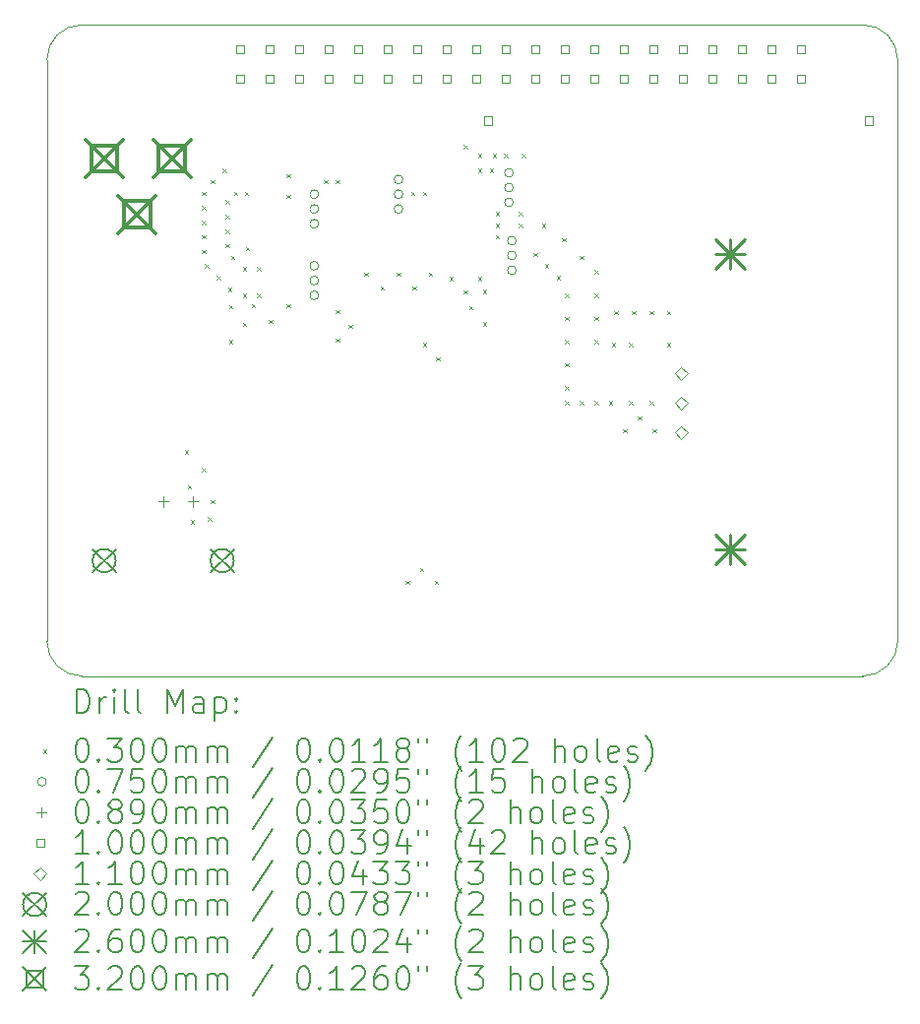
<source format=gbr>
%TF.GenerationSoftware,KiCad,Pcbnew,8.0.3-8.0.3-0~ubuntu23.10.1*%
%TF.CreationDate,2025-08-07T11:46:19-04:00*%
%TF.ProjectId,28mhz_new,32386d68-7a5f-46e6-9577-2e6b69636164,rev?*%
%TF.SameCoordinates,Original*%
%TF.FileFunction,Drillmap*%
%TF.FilePolarity,Positive*%
%FSLAX45Y45*%
G04 Gerber Fmt 4.5, Leading zero omitted, Abs format (unit mm)*
G04 Created by KiCad (PCBNEW 8.0.3-8.0.3-0~ubuntu23.10.1) date 2025-08-07 11:46:19*
%MOMM*%
%LPD*%
G01*
G04 APERTURE LIST*
%ADD10C,0.100000*%
%ADD11C,0.200000*%
%ADD12C,0.110000*%
%ADD13C,0.260000*%
%ADD14C,0.320000*%
G04 APERTURE END LIST*
D10*
X6675000Y-11800000D02*
G75*
G02*
X6375000Y-11500000I0J300000D01*
G01*
X6375000Y-6500000D02*
G75*
G02*
X6675000Y-6200000I300000J0D01*
G01*
X6675000Y-11800000D02*
X13395800Y-11800000D01*
X13695800Y-11500000D02*
X13695800Y-6500000D01*
X13695800Y-11500000D02*
G75*
G02*
X13395800Y-11800000I-300000J0D01*
G01*
X13395800Y-6200000D02*
X6675000Y-6200000D01*
X13395800Y-6200000D02*
G75*
G02*
X13695800Y-6500000I0J-300000D01*
G01*
X6375000Y-6500000D02*
X6375000Y-11500000D01*
D11*
D10*
X7560000Y-9860000D02*
X7590000Y-9890000D01*
X7590000Y-9860000D02*
X7560000Y-9890000D01*
X7585000Y-10160000D02*
X7615000Y-10190000D01*
X7615000Y-10160000D02*
X7585000Y-10190000D01*
X7610000Y-10460000D02*
X7640000Y-10490000D01*
X7640000Y-10460000D02*
X7610000Y-10490000D01*
X7710000Y-7635000D02*
X7740000Y-7665000D01*
X7740000Y-7635000D02*
X7710000Y-7665000D01*
X7710000Y-7760000D02*
X7740000Y-7790000D01*
X7740000Y-7760000D02*
X7710000Y-7790000D01*
X7710000Y-7885000D02*
X7740000Y-7915000D01*
X7740000Y-7885000D02*
X7710000Y-7915000D01*
X7710000Y-8010000D02*
X7740000Y-8040000D01*
X7740000Y-8010000D02*
X7710000Y-8040000D01*
X7710000Y-8135000D02*
X7740000Y-8165000D01*
X7740000Y-8135000D02*
X7710000Y-8165000D01*
X7710000Y-10010000D02*
X7740000Y-10040000D01*
X7740000Y-10010000D02*
X7710000Y-10040000D01*
X7735000Y-8260000D02*
X7765000Y-8290000D01*
X7765000Y-8260000D02*
X7735000Y-8290000D01*
X7760000Y-10435000D02*
X7790000Y-10465000D01*
X7790000Y-10435000D02*
X7760000Y-10465000D01*
X7785000Y-7535000D02*
X7815000Y-7565000D01*
X7815000Y-7535000D02*
X7785000Y-7565000D01*
X7785000Y-10285000D02*
X7815000Y-10315000D01*
X7815000Y-10285000D02*
X7785000Y-10315000D01*
X7835000Y-8360000D02*
X7865000Y-8390000D01*
X7865000Y-8360000D02*
X7835000Y-8390000D01*
X7885000Y-7435000D02*
X7915000Y-7465000D01*
X7915000Y-7435000D02*
X7885000Y-7465000D01*
X7910000Y-7710000D02*
X7940000Y-7740000D01*
X7940000Y-7710000D02*
X7910000Y-7740000D01*
X7910000Y-7835000D02*
X7940000Y-7865000D01*
X7940000Y-7835000D02*
X7910000Y-7865000D01*
X7910000Y-7960000D02*
X7940000Y-7990000D01*
X7940000Y-7960000D02*
X7910000Y-7990000D01*
X7910000Y-8085000D02*
X7940000Y-8115000D01*
X7940000Y-8085000D02*
X7910000Y-8115000D01*
X7935000Y-8460000D02*
X7965000Y-8490000D01*
X7965000Y-8460000D02*
X7935000Y-8490000D01*
X7942500Y-8610000D02*
X7972500Y-8640000D01*
X7972500Y-8610000D02*
X7942500Y-8640000D01*
X7942500Y-8910000D02*
X7972500Y-8940000D01*
X7972500Y-8910000D02*
X7942500Y-8940000D01*
X7960000Y-8185000D02*
X7990000Y-8215000D01*
X7990000Y-8185000D02*
X7960000Y-8215000D01*
X7985000Y-7635000D02*
X8015000Y-7665000D01*
X8015000Y-7635000D02*
X7985000Y-7665000D01*
X8060000Y-8285000D02*
X8090000Y-8315000D01*
X8090000Y-8285000D02*
X8060000Y-8315000D01*
X8060000Y-8510000D02*
X8090000Y-8540000D01*
X8090000Y-8510000D02*
X8060000Y-8540000D01*
X8060000Y-8760000D02*
X8090000Y-8790000D01*
X8090000Y-8760000D02*
X8060000Y-8790000D01*
X8077500Y-7635000D02*
X8107500Y-7665000D01*
X8107500Y-7635000D02*
X8077500Y-7665000D01*
X8085000Y-8110000D02*
X8115000Y-8140000D01*
X8115000Y-8110000D02*
X8085000Y-8140000D01*
X8135000Y-8601000D02*
X8165000Y-8631000D01*
X8165000Y-8601000D02*
X8135000Y-8631000D01*
X8185000Y-8285000D02*
X8215000Y-8315000D01*
X8215000Y-8285000D02*
X8185000Y-8315000D01*
X8185000Y-8510000D02*
X8215000Y-8540000D01*
X8215000Y-8510000D02*
X8185000Y-8540000D01*
X8285000Y-8735000D02*
X8315000Y-8765000D01*
X8315000Y-8735000D02*
X8285000Y-8765000D01*
X8435000Y-7485000D02*
X8465000Y-7515000D01*
X8465000Y-7485000D02*
X8435000Y-7515000D01*
X8435000Y-7660000D02*
X8465000Y-7690000D01*
X8465000Y-7660000D02*
X8435000Y-7690000D01*
X8435000Y-8601000D02*
X8465000Y-8631000D01*
X8465000Y-8601000D02*
X8435000Y-8631000D01*
X8760000Y-7535000D02*
X8790000Y-7565000D01*
X8790000Y-7535000D02*
X8760000Y-7565000D01*
X8860000Y-7535000D02*
X8890000Y-7565000D01*
X8890000Y-7535000D02*
X8860000Y-7565000D01*
X8860000Y-8653000D02*
X8890000Y-8683000D01*
X8890000Y-8653000D02*
X8860000Y-8683000D01*
X8860000Y-8899000D02*
X8890000Y-8929000D01*
X8890000Y-8899000D02*
X8860000Y-8929000D01*
X8972000Y-8777000D02*
X9002000Y-8807000D01*
X9002000Y-8777000D02*
X8972000Y-8807000D01*
X9107000Y-8329000D02*
X9137000Y-8359000D01*
X9137000Y-8329000D02*
X9107000Y-8359000D01*
X9247000Y-8447000D02*
X9277000Y-8477000D01*
X9277000Y-8447000D02*
X9247000Y-8477000D01*
X9385000Y-8329000D02*
X9415000Y-8359000D01*
X9415000Y-8329000D02*
X9385000Y-8359000D01*
X9460000Y-10981000D02*
X9490000Y-11011000D01*
X9490000Y-10981000D02*
X9460000Y-11011000D01*
X9510000Y-7635000D02*
X9540000Y-7665000D01*
X9540000Y-7635000D02*
X9510000Y-7665000D01*
X9522000Y-8447000D02*
X9552000Y-8477000D01*
X9552000Y-8447000D02*
X9522000Y-8477000D01*
X9585000Y-10869000D02*
X9615000Y-10899000D01*
X9615000Y-10869000D02*
X9585000Y-10899000D01*
X9610000Y-7635000D02*
X9640000Y-7665000D01*
X9640000Y-7635000D02*
X9610000Y-7665000D01*
X9610000Y-8935000D02*
X9640000Y-8965000D01*
X9640000Y-8935000D02*
X9610000Y-8965000D01*
X9662000Y-8329000D02*
X9692000Y-8359000D01*
X9692000Y-8329000D02*
X9662000Y-8359000D01*
X9711000Y-10981000D02*
X9741000Y-11011000D01*
X9741000Y-10981000D02*
X9711000Y-11011000D01*
X9722000Y-9060000D02*
X9752000Y-9090000D01*
X9752000Y-9060000D02*
X9722000Y-9090000D01*
X9838000Y-8369000D02*
X9868000Y-8399000D01*
X9868000Y-8369000D02*
X9838000Y-8399000D01*
X9960000Y-7235000D02*
X9990000Y-7265000D01*
X9990000Y-7235000D02*
X9960000Y-7265000D01*
X9960000Y-8481000D02*
X9990000Y-8511000D01*
X9990000Y-8481000D02*
X9960000Y-8511000D01*
X10007000Y-8619000D02*
X10037000Y-8649000D01*
X10037000Y-8619000D02*
X10007000Y-8649000D01*
X10083000Y-8369000D02*
X10113000Y-8399000D01*
X10113000Y-8369000D02*
X10083000Y-8399000D01*
X10085000Y-7310000D02*
X10115000Y-7340000D01*
X10115000Y-7310000D02*
X10085000Y-7340000D01*
X10085000Y-7435000D02*
X10115000Y-7465000D01*
X10115000Y-7435000D02*
X10085000Y-7465000D01*
X10125000Y-8479000D02*
X10155000Y-8509000D01*
X10155000Y-8479000D02*
X10125000Y-8509000D01*
X10125000Y-8759000D02*
X10155000Y-8789000D01*
X10155000Y-8759000D02*
X10125000Y-8789000D01*
X10185000Y-7435000D02*
X10215000Y-7465000D01*
X10215000Y-7435000D02*
X10185000Y-7465000D01*
X10210000Y-7310000D02*
X10240000Y-7340000D01*
X10240000Y-7310000D02*
X10210000Y-7340000D01*
X10235000Y-7810000D02*
X10265000Y-7840000D01*
X10265000Y-7810000D02*
X10235000Y-7840000D01*
X10235000Y-7910000D02*
X10265000Y-7940000D01*
X10265000Y-7910000D02*
X10235000Y-7940000D01*
X10235000Y-8010000D02*
X10265000Y-8040000D01*
X10265000Y-8010000D02*
X10235000Y-8040000D01*
X10310000Y-7310000D02*
X10340000Y-7340000D01*
X10340000Y-7310000D02*
X10310000Y-7340000D01*
X10435000Y-7810000D02*
X10465000Y-7840000D01*
X10465000Y-7810000D02*
X10435000Y-7840000D01*
X10435000Y-7910000D02*
X10465000Y-7940000D01*
X10465000Y-7910000D02*
X10435000Y-7940000D01*
X10460000Y-7310000D02*
X10490000Y-7340000D01*
X10490000Y-7310000D02*
X10460000Y-7340000D01*
X10560000Y-8160000D02*
X10590000Y-8190000D01*
X10590000Y-8160000D02*
X10560000Y-8190000D01*
X10635000Y-7910000D02*
X10665000Y-7940000D01*
X10665000Y-7910000D02*
X10635000Y-7940000D01*
X10660000Y-8260000D02*
X10690000Y-8290000D01*
X10690000Y-8260000D02*
X10660000Y-8290000D01*
X10760000Y-8360000D02*
X10790000Y-8390000D01*
X10790000Y-8360000D02*
X10760000Y-8390000D01*
X10810000Y-8035000D02*
X10840000Y-8065000D01*
X10840000Y-8035000D02*
X10810000Y-8065000D01*
X10835000Y-8510000D02*
X10865000Y-8540000D01*
X10865000Y-8510000D02*
X10835000Y-8540000D01*
X10835000Y-8710000D02*
X10865000Y-8740000D01*
X10865000Y-8710000D02*
X10835000Y-8740000D01*
X10835000Y-8910000D02*
X10865000Y-8940000D01*
X10865000Y-8910000D02*
X10835000Y-8940000D01*
X10835000Y-9110000D02*
X10865000Y-9140000D01*
X10865000Y-9110000D02*
X10835000Y-9140000D01*
X10835000Y-9310000D02*
X10865000Y-9340000D01*
X10865000Y-9310000D02*
X10835000Y-9340000D01*
X10835000Y-9435000D02*
X10865000Y-9465000D01*
X10865000Y-9435000D02*
X10835000Y-9465000D01*
X10960000Y-8185000D02*
X10990000Y-8215000D01*
X10990000Y-8185000D02*
X10960000Y-8215000D01*
X10960000Y-9435000D02*
X10990000Y-9465000D01*
X10990000Y-9435000D02*
X10960000Y-9465000D01*
X11085000Y-8310000D02*
X11115000Y-8340000D01*
X11115000Y-8310000D02*
X11085000Y-8340000D01*
X11085000Y-8510000D02*
X11115000Y-8540000D01*
X11115000Y-8510000D02*
X11085000Y-8540000D01*
X11085000Y-8710000D02*
X11115000Y-8740000D01*
X11115000Y-8710000D02*
X11085000Y-8740000D01*
X11085000Y-8910000D02*
X11115000Y-8940000D01*
X11115000Y-8910000D02*
X11085000Y-8940000D01*
X11085000Y-9435000D02*
X11115000Y-9465000D01*
X11115000Y-9435000D02*
X11085000Y-9465000D01*
X11210000Y-9435000D02*
X11240000Y-9465000D01*
X11240000Y-9435000D02*
X11210000Y-9465000D01*
X11235000Y-8935000D02*
X11265000Y-8965000D01*
X11265000Y-8935000D02*
X11235000Y-8965000D01*
X11255000Y-8662000D02*
X11285000Y-8692000D01*
X11285000Y-8662000D02*
X11255000Y-8692000D01*
X11334000Y-9678000D02*
X11364000Y-9708000D01*
X11364000Y-9678000D02*
X11334000Y-9708000D01*
X11385000Y-8935000D02*
X11415000Y-8965000D01*
X11415000Y-8935000D02*
X11385000Y-8965000D01*
X11385000Y-9435000D02*
X11415000Y-9465000D01*
X11415000Y-9435000D02*
X11385000Y-9465000D01*
X11410000Y-8660000D02*
X11440000Y-8690000D01*
X11440000Y-8660000D02*
X11410000Y-8690000D01*
X11460000Y-9566000D02*
X11490000Y-9596000D01*
X11490000Y-9566000D02*
X11460000Y-9596000D01*
X11560000Y-8660000D02*
X11590000Y-8690000D01*
X11590000Y-8660000D02*
X11560000Y-8690000D01*
X11560000Y-9435000D02*
X11590000Y-9465000D01*
X11590000Y-9435000D02*
X11560000Y-9465000D01*
X11585000Y-9678000D02*
X11615000Y-9708000D01*
X11615000Y-9678000D02*
X11585000Y-9708000D01*
X11710000Y-8660000D02*
X11740000Y-8690000D01*
X11740000Y-8660000D02*
X11710000Y-8690000D01*
X11710000Y-8935000D02*
X11740000Y-8965000D01*
X11740000Y-8935000D02*
X11710000Y-8965000D01*
X8712500Y-7657000D02*
G75*
G02*
X8637500Y-7657000I-37500J0D01*
G01*
X8637500Y-7657000D02*
G75*
G02*
X8712500Y-7657000I37500J0D01*
G01*
X8712500Y-7784000D02*
G75*
G02*
X8637500Y-7784000I-37500J0D01*
G01*
X8637500Y-7784000D02*
G75*
G02*
X8712500Y-7784000I37500J0D01*
G01*
X8712500Y-7911000D02*
G75*
G02*
X8637500Y-7911000I-37500J0D01*
G01*
X8637500Y-7911000D02*
G75*
G02*
X8712500Y-7911000I37500J0D01*
G01*
X8712500Y-8273000D02*
G75*
G02*
X8637500Y-8273000I-37500J0D01*
G01*
X8637500Y-8273000D02*
G75*
G02*
X8712500Y-8273000I37500J0D01*
G01*
X8712500Y-8400000D02*
G75*
G02*
X8637500Y-8400000I-37500J0D01*
G01*
X8637500Y-8400000D02*
G75*
G02*
X8712500Y-8400000I37500J0D01*
G01*
X8712500Y-8527000D02*
G75*
G02*
X8637500Y-8527000I-37500J0D01*
G01*
X8637500Y-8527000D02*
G75*
G02*
X8712500Y-8527000I37500J0D01*
G01*
X9437500Y-7530000D02*
G75*
G02*
X9362500Y-7530000I-37500J0D01*
G01*
X9362500Y-7530000D02*
G75*
G02*
X9437500Y-7530000I37500J0D01*
G01*
X9437500Y-7657000D02*
G75*
G02*
X9362500Y-7657000I-37500J0D01*
G01*
X9362500Y-7657000D02*
G75*
G02*
X9437500Y-7657000I37500J0D01*
G01*
X9437500Y-7784000D02*
G75*
G02*
X9362500Y-7784000I-37500J0D01*
G01*
X9362500Y-7784000D02*
G75*
G02*
X9437500Y-7784000I37500J0D01*
G01*
X10387500Y-7473000D02*
G75*
G02*
X10312500Y-7473000I-37500J0D01*
G01*
X10312500Y-7473000D02*
G75*
G02*
X10387500Y-7473000I37500J0D01*
G01*
X10387500Y-7600000D02*
G75*
G02*
X10312500Y-7600000I-37500J0D01*
G01*
X10312500Y-7600000D02*
G75*
G02*
X10387500Y-7600000I37500J0D01*
G01*
X10387500Y-7727000D02*
G75*
G02*
X10312500Y-7727000I-37500J0D01*
G01*
X10312500Y-7727000D02*
G75*
G02*
X10387500Y-7727000I37500J0D01*
G01*
X10412500Y-8057000D02*
G75*
G02*
X10337500Y-8057000I-37500J0D01*
G01*
X10337500Y-8057000D02*
G75*
G02*
X10412500Y-8057000I37500J0D01*
G01*
X10412500Y-8184000D02*
G75*
G02*
X10337500Y-8184000I-37500J0D01*
G01*
X10337500Y-8184000D02*
G75*
G02*
X10412500Y-8184000I37500J0D01*
G01*
X10412500Y-8311000D02*
G75*
G02*
X10337500Y-8311000I-37500J0D01*
G01*
X10337500Y-8311000D02*
G75*
G02*
X10412500Y-8311000I37500J0D01*
G01*
X7375000Y-10255500D02*
X7375000Y-10344500D01*
X7330500Y-10300000D02*
X7419500Y-10300000D01*
X7629000Y-10255500D02*
X7629000Y-10344500D01*
X7584500Y-10300000D02*
X7673500Y-10300000D01*
X8072356Y-6448356D02*
X8072356Y-6377644D01*
X8001644Y-6377644D01*
X8001644Y-6448356D01*
X8072356Y-6448356D01*
X8072356Y-6702356D02*
X8072356Y-6631644D01*
X8001644Y-6631644D01*
X8001644Y-6702356D01*
X8072356Y-6702356D01*
X8326356Y-6448356D02*
X8326356Y-6377644D01*
X8255644Y-6377644D01*
X8255644Y-6448356D01*
X8326356Y-6448356D01*
X8326356Y-6702356D02*
X8326356Y-6631644D01*
X8255644Y-6631644D01*
X8255644Y-6702356D01*
X8326356Y-6702356D01*
X8580356Y-6448356D02*
X8580356Y-6377644D01*
X8509644Y-6377644D01*
X8509644Y-6448356D01*
X8580356Y-6448356D01*
X8580356Y-6702356D02*
X8580356Y-6631644D01*
X8509644Y-6631644D01*
X8509644Y-6702356D01*
X8580356Y-6702356D01*
X8834356Y-6448356D02*
X8834356Y-6377644D01*
X8763644Y-6377644D01*
X8763644Y-6448356D01*
X8834356Y-6448356D01*
X8834356Y-6702356D02*
X8834356Y-6631644D01*
X8763644Y-6631644D01*
X8763644Y-6702356D01*
X8834356Y-6702356D01*
X9088356Y-6448356D02*
X9088356Y-6377644D01*
X9017644Y-6377644D01*
X9017644Y-6448356D01*
X9088356Y-6448356D01*
X9088356Y-6702356D02*
X9088356Y-6631644D01*
X9017644Y-6631644D01*
X9017644Y-6702356D01*
X9088356Y-6702356D01*
X9342356Y-6448356D02*
X9342356Y-6377644D01*
X9271644Y-6377644D01*
X9271644Y-6448356D01*
X9342356Y-6448356D01*
X9342356Y-6702356D02*
X9342356Y-6631644D01*
X9271644Y-6631644D01*
X9271644Y-6702356D01*
X9342356Y-6702356D01*
X9596356Y-6448356D02*
X9596356Y-6377644D01*
X9525644Y-6377644D01*
X9525644Y-6448356D01*
X9596356Y-6448356D01*
X9596356Y-6702356D02*
X9596356Y-6631644D01*
X9525644Y-6631644D01*
X9525644Y-6702356D01*
X9596356Y-6702356D01*
X9850356Y-6448356D02*
X9850356Y-6377644D01*
X9779644Y-6377644D01*
X9779644Y-6448356D01*
X9850356Y-6448356D01*
X9850356Y-6702356D02*
X9850356Y-6631644D01*
X9779644Y-6631644D01*
X9779644Y-6702356D01*
X9850356Y-6702356D01*
X10104356Y-6448356D02*
X10104356Y-6377644D01*
X10033644Y-6377644D01*
X10033644Y-6448356D01*
X10104356Y-6448356D01*
X10104356Y-6702356D02*
X10104356Y-6631644D01*
X10033644Y-6631644D01*
X10033644Y-6702356D01*
X10104356Y-6702356D01*
X10205356Y-7060356D02*
X10205356Y-6989644D01*
X10134644Y-6989644D01*
X10134644Y-7060356D01*
X10205356Y-7060356D01*
X10358356Y-6448356D02*
X10358356Y-6377644D01*
X10287644Y-6377644D01*
X10287644Y-6448356D01*
X10358356Y-6448356D01*
X10358356Y-6702356D02*
X10358356Y-6631644D01*
X10287644Y-6631644D01*
X10287644Y-6702356D01*
X10358356Y-6702356D01*
X10612356Y-6448356D02*
X10612356Y-6377644D01*
X10541644Y-6377644D01*
X10541644Y-6448356D01*
X10612356Y-6448356D01*
X10612356Y-6702356D02*
X10612356Y-6631644D01*
X10541644Y-6631644D01*
X10541644Y-6702356D01*
X10612356Y-6702356D01*
X10866356Y-6448356D02*
X10866356Y-6377644D01*
X10795644Y-6377644D01*
X10795644Y-6448356D01*
X10866356Y-6448356D01*
X10866356Y-6702356D02*
X10866356Y-6631644D01*
X10795644Y-6631644D01*
X10795644Y-6702356D01*
X10866356Y-6702356D01*
X11120356Y-6448356D02*
X11120356Y-6377644D01*
X11049644Y-6377644D01*
X11049644Y-6448356D01*
X11120356Y-6448356D01*
X11120356Y-6702356D02*
X11120356Y-6631644D01*
X11049644Y-6631644D01*
X11049644Y-6702356D01*
X11120356Y-6702356D01*
X11374356Y-6448356D02*
X11374356Y-6377644D01*
X11303644Y-6377644D01*
X11303644Y-6448356D01*
X11374356Y-6448356D01*
X11374356Y-6702356D02*
X11374356Y-6631644D01*
X11303644Y-6631644D01*
X11303644Y-6702356D01*
X11374356Y-6702356D01*
X11628356Y-6448356D02*
X11628356Y-6377644D01*
X11557644Y-6377644D01*
X11557644Y-6448356D01*
X11628356Y-6448356D01*
X11628356Y-6702356D02*
X11628356Y-6631644D01*
X11557644Y-6631644D01*
X11557644Y-6702356D01*
X11628356Y-6702356D01*
X11882356Y-6448356D02*
X11882356Y-6377644D01*
X11811644Y-6377644D01*
X11811644Y-6448356D01*
X11882356Y-6448356D01*
X11882356Y-6702356D02*
X11882356Y-6631644D01*
X11811644Y-6631644D01*
X11811644Y-6702356D01*
X11882356Y-6702356D01*
X12136356Y-6448356D02*
X12136356Y-6377644D01*
X12065644Y-6377644D01*
X12065644Y-6448356D01*
X12136356Y-6448356D01*
X12136356Y-6702356D02*
X12136356Y-6631644D01*
X12065644Y-6631644D01*
X12065644Y-6702356D01*
X12136356Y-6702356D01*
X12390356Y-6448356D02*
X12390356Y-6377644D01*
X12319644Y-6377644D01*
X12319644Y-6448356D01*
X12390356Y-6448356D01*
X12390356Y-6702356D02*
X12390356Y-6631644D01*
X12319644Y-6631644D01*
X12319644Y-6702356D01*
X12390356Y-6702356D01*
X12644356Y-6448356D02*
X12644356Y-6377644D01*
X12573644Y-6377644D01*
X12573644Y-6448356D01*
X12644356Y-6448356D01*
X12644356Y-6702356D02*
X12644356Y-6631644D01*
X12573644Y-6631644D01*
X12573644Y-6702356D01*
X12644356Y-6702356D01*
X12898356Y-6448356D02*
X12898356Y-6377644D01*
X12827644Y-6377644D01*
X12827644Y-6448356D01*
X12898356Y-6448356D01*
X12898356Y-6702356D02*
X12898356Y-6631644D01*
X12827644Y-6631644D01*
X12827644Y-6702356D01*
X12898356Y-6702356D01*
X13485356Y-7060356D02*
X13485356Y-6989644D01*
X13414644Y-6989644D01*
X13414644Y-7060356D01*
X13485356Y-7060356D01*
D12*
X11830500Y-9251000D02*
X11885500Y-9196000D01*
X11830500Y-9141000D01*
X11775500Y-9196000D01*
X11830500Y-9251000D01*
X11830500Y-9505000D02*
X11885500Y-9450000D01*
X11830500Y-9395000D01*
X11775500Y-9450000D01*
X11830500Y-9505000D01*
X11830500Y-9759000D02*
X11885500Y-9704000D01*
X11830500Y-9649000D01*
X11775500Y-9704000D01*
X11830500Y-9759000D01*
D11*
X6767000Y-10708000D02*
X6967000Y-10908000D01*
X6967000Y-10708000D02*
X6767000Y-10908000D01*
X6967000Y-10808000D02*
G75*
G02*
X6767000Y-10808000I-100000J0D01*
G01*
X6767000Y-10808000D02*
G75*
G02*
X6967000Y-10808000I100000J0D01*
G01*
X7783000Y-10708000D02*
X7983000Y-10908000D01*
X7983000Y-10708000D02*
X7783000Y-10908000D01*
X7983000Y-10808000D02*
G75*
G02*
X7783000Y-10808000I-100000J0D01*
G01*
X7783000Y-10808000D02*
G75*
G02*
X7983000Y-10808000I100000J0D01*
G01*
D13*
X12124000Y-8041000D02*
X12384000Y-8301000D01*
X12384000Y-8041000D02*
X12124000Y-8301000D01*
X12254000Y-8041000D02*
X12254000Y-8301000D01*
X12124000Y-8171000D02*
X12384000Y-8171000D01*
X12124000Y-10581000D02*
X12384000Y-10841000D01*
X12384000Y-10581000D02*
X12124000Y-10841000D01*
X12254000Y-10581000D02*
X12254000Y-10841000D01*
X12124000Y-10711000D02*
X12384000Y-10711000D01*
D14*
X6710000Y-7190000D02*
X7030000Y-7510000D01*
X7030000Y-7190000D02*
X6710000Y-7510000D01*
X6983138Y-7463138D02*
X6983138Y-7236862D01*
X6756862Y-7236862D01*
X6756862Y-7463138D01*
X6983138Y-7463138D01*
X6990000Y-7670000D02*
X7310000Y-7990000D01*
X7310000Y-7670000D02*
X6990000Y-7990000D01*
X7263138Y-7943138D02*
X7263138Y-7716862D01*
X7036862Y-7716862D01*
X7036862Y-7943138D01*
X7263138Y-7943138D01*
X7290000Y-7190000D02*
X7610000Y-7510000D01*
X7610000Y-7190000D02*
X7290000Y-7510000D01*
X7563138Y-7463138D02*
X7563138Y-7236862D01*
X7336862Y-7236862D01*
X7336862Y-7463138D01*
X7563138Y-7463138D01*
D11*
X6630777Y-12116484D02*
X6630777Y-11916484D01*
X6630777Y-11916484D02*
X6678396Y-11916484D01*
X6678396Y-11916484D02*
X6706967Y-11926008D01*
X6706967Y-11926008D02*
X6726015Y-11945055D01*
X6726015Y-11945055D02*
X6735539Y-11964103D01*
X6735539Y-11964103D02*
X6745062Y-12002198D01*
X6745062Y-12002198D02*
X6745062Y-12030769D01*
X6745062Y-12030769D02*
X6735539Y-12068865D01*
X6735539Y-12068865D02*
X6726015Y-12087912D01*
X6726015Y-12087912D02*
X6706967Y-12106960D01*
X6706967Y-12106960D02*
X6678396Y-12116484D01*
X6678396Y-12116484D02*
X6630777Y-12116484D01*
X6830777Y-12116484D02*
X6830777Y-11983150D01*
X6830777Y-12021246D02*
X6840301Y-12002198D01*
X6840301Y-12002198D02*
X6849824Y-11992674D01*
X6849824Y-11992674D02*
X6868872Y-11983150D01*
X6868872Y-11983150D02*
X6887920Y-11983150D01*
X6954586Y-12116484D02*
X6954586Y-11983150D01*
X6954586Y-11916484D02*
X6945062Y-11926008D01*
X6945062Y-11926008D02*
X6954586Y-11935531D01*
X6954586Y-11935531D02*
X6964110Y-11926008D01*
X6964110Y-11926008D02*
X6954586Y-11916484D01*
X6954586Y-11916484D02*
X6954586Y-11935531D01*
X7078396Y-12116484D02*
X7059348Y-12106960D01*
X7059348Y-12106960D02*
X7049824Y-12087912D01*
X7049824Y-12087912D02*
X7049824Y-11916484D01*
X7183158Y-12116484D02*
X7164110Y-12106960D01*
X7164110Y-12106960D02*
X7154586Y-12087912D01*
X7154586Y-12087912D02*
X7154586Y-11916484D01*
X7411729Y-12116484D02*
X7411729Y-11916484D01*
X7411729Y-11916484D02*
X7478396Y-12059341D01*
X7478396Y-12059341D02*
X7545062Y-11916484D01*
X7545062Y-11916484D02*
X7545062Y-12116484D01*
X7726015Y-12116484D02*
X7726015Y-12011722D01*
X7726015Y-12011722D02*
X7716491Y-11992674D01*
X7716491Y-11992674D02*
X7697443Y-11983150D01*
X7697443Y-11983150D02*
X7659348Y-11983150D01*
X7659348Y-11983150D02*
X7640301Y-11992674D01*
X7726015Y-12106960D02*
X7706967Y-12116484D01*
X7706967Y-12116484D02*
X7659348Y-12116484D01*
X7659348Y-12116484D02*
X7640301Y-12106960D01*
X7640301Y-12106960D02*
X7630777Y-12087912D01*
X7630777Y-12087912D02*
X7630777Y-12068865D01*
X7630777Y-12068865D02*
X7640301Y-12049817D01*
X7640301Y-12049817D02*
X7659348Y-12040293D01*
X7659348Y-12040293D02*
X7706967Y-12040293D01*
X7706967Y-12040293D02*
X7726015Y-12030769D01*
X7821253Y-11983150D02*
X7821253Y-12183150D01*
X7821253Y-11992674D02*
X7840301Y-11983150D01*
X7840301Y-11983150D02*
X7878396Y-11983150D01*
X7878396Y-11983150D02*
X7897443Y-11992674D01*
X7897443Y-11992674D02*
X7906967Y-12002198D01*
X7906967Y-12002198D02*
X7916491Y-12021246D01*
X7916491Y-12021246D02*
X7916491Y-12078388D01*
X7916491Y-12078388D02*
X7906967Y-12097436D01*
X7906967Y-12097436D02*
X7897443Y-12106960D01*
X7897443Y-12106960D02*
X7878396Y-12116484D01*
X7878396Y-12116484D02*
X7840301Y-12116484D01*
X7840301Y-12116484D02*
X7821253Y-12106960D01*
X8002205Y-12097436D02*
X8011729Y-12106960D01*
X8011729Y-12106960D02*
X8002205Y-12116484D01*
X8002205Y-12116484D02*
X7992682Y-12106960D01*
X7992682Y-12106960D02*
X8002205Y-12097436D01*
X8002205Y-12097436D02*
X8002205Y-12116484D01*
X8002205Y-11992674D02*
X8011729Y-12002198D01*
X8011729Y-12002198D02*
X8002205Y-12011722D01*
X8002205Y-12011722D02*
X7992682Y-12002198D01*
X7992682Y-12002198D02*
X8002205Y-11992674D01*
X8002205Y-11992674D02*
X8002205Y-12011722D01*
D10*
X6340000Y-12430000D02*
X6370000Y-12460000D01*
X6370000Y-12430000D02*
X6340000Y-12460000D01*
D11*
X6668872Y-12336484D02*
X6687920Y-12336484D01*
X6687920Y-12336484D02*
X6706967Y-12346008D01*
X6706967Y-12346008D02*
X6716491Y-12355531D01*
X6716491Y-12355531D02*
X6726015Y-12374579D01*
X6726015Y-12374579D02*
X6735539Y-12412674D01*
X6735539Y-12412674D02*
X6735539Y-12460293D01*
X6735539Y-12460293D02*
X6726015Y-12498388D01*
X6726015Y-12498388D02*
X6716491Y-12517436D01*
X6716491Y-12517436D02*
X6706967Y-12526960D01*
X6706967Y-12526960D02*
X6687920Y-12536484D01*
X6687920Y-12536484D02*
X6668872Y-12536484D01*
X6668872Y-12536484D02*
X6649824Y-12526960D01*
X6649824Y-12526960D02*
X6640301Y-12517436D01*
X6640301Y-12517436D02*
X6630777Y-12498388D01*
X6630777Y-12498388D02*
X6621253Y-12460293D01*
X6621253Y-12460293D02*
X6621253Y-12412674D01*
X6621253Y-12412674D02*
X6630777Y-12374579D01*
X6630777Y-12374579D02*
X6640301Y-12355531D01*
X6640301Y-12355531D02*
X6649824Y-12346008D01*
X6649824Y-12346008D02*
X6668872Y-12336484D01*
X6821253Y-12517436D02*
X6830777Y-12526960D01*
X6830777Y-12526960D02*
X6821253Y-12536484D01*
X6821253Y-12536484D02*
X6811729Y-12526960D01*
X6811729Y-12526960D02*
X6821253Y-12517436D01*
X6821253Y-12517436D02*
X6821253Y-12536484D01*
X6897443Y-12336484D02*
X7021253Y-12336484D01*
X7021253Y-12336484D02*
X6954586Y-12412674D01*
X6954586Y-12412674D02*
X6983158Y-12412674D01*
X6983158Y-12412674D02*
X7002205Y-12422198D01*
X7002205Y-12422198D02*
X7011729Y-12431722D01*
X7011729Y-12431722D02*
X7021253Y-12450769D01*
X7021253Y-12450769D02*
X7021253Y-12498388D01*
X7021253Y-12498388D02*
X7011729Y-12517436D01*
X7011729Y-12517436D02*
X7002205Y-12526960D01*
X7002205Y-12526960D02*
X6983158Y-12536484D01*
X6983158Y-12536484D02*
X6926015Y-12536484D01*
X6926015Y-12536484D02*
X6906967Y-12526960D01*
X6906967Y-12526960D02*
X6897443Y-12517436D01*
X7145062Y-12336484D02*
X7164110Y-12336484D01*
X7164110Y-12336484D02*
X7183158Y-12346008D01*
X7183158Y-12346008D02*
X7192682Y-12355531D01*
X7192682Y-12355531D02*
X7202205Y-12374579D01*
X7202205Y-12374579D02*
X7211729Y-12412674D01*
X7211729Y-12412674D02*
X7211729Y-12460293D01*
X7211729Y-12460293D02*
X7202205Y-12498388D01*
X7202205Y-12498388D02*
X7192682Y-12517436D01*
X7192682Y-12517436D02*
X7183158Y-12526960D01*
X7183158Y-12526960D02*
X7164110Y-12536484D01*
X7164110Y-12536484D02*
X7145062Y-12536484D01*
X7145062Y-12536484D02*
X7126015Y-12526960D01*
X7126015Y-12526960D02*
X7116491Y-12517436D01*
X7116491Y-12517436D02*
X7106967Y-12498388D01*
X7106967Y-12498388D02*
X7097443Y-12460293D01*
X7097443Y-12460293D02*
X7097443Y-12412674D01*
X7097443Y-12412674D02*
X7106967Y-12374579D01*
X7106967Y-12374579D02*
X7116491Y-12355531D01*
X7116491Y-12355531D02*
X7126015Y-12346008D01*
X7126015Y-12346008D02*
X7145062Y-12336484D01*
X7335539Y-12336484D02*
X7354586Y-12336484D01*
X7354586Y-12336484D02*
X7373634Y-12346008D01*
X7373634Y-12346008D02*
X7383158Y-12355531D01*
X7383158Y-12355531D02*
X7392682Y-12374579D01*
X7392682Y-12374579D02*
X7402205Y-12412674D01*
X7402205Y-12412674D02*
X7402205Y-12460293D01*
X7402205Y-12460293D02*
X7392682Y-12498388D01*
X7392682Y-12498388D02*
X7383158Y-12517436D01*
X7383158Y-12517436D02*
X7373634Y-12526960D01*
X7373634Y-12526960D02*
X7354586Y-12536484D01*
X7354586Y-12536484D02*
X7335539Y-12536484D01*
X7335539Y-12536484D02*
X7316491Y-12526960D01*
X7316491Y-12526960D02*
X7306967Y-12517436D01*
X7306967Y-12517436D02*
X7297443Y-12498388D01*
X7297443Y-12498388D02*
X7287920Y-12460293D01*
X7287920Y-12460293D02*
X7287920Y-12412674D01*
X7287920Y-12412674D02*
X7297443Y-12374579D01*
X7297443Y-12374579D02*
X7306967Y-12355531D01*
X7306967Y-12355531D02*
X7316491Y-12346008D01*
X7316491Y-12346008D02*
X7335539Y-12336484D01*
X7487920Y-12536484D02*
X7487920Y-12403150D01*
X7487920Y-12422198D02*
X7497443Y-12412674D01*
X7497443Y-12412674D02*
X7516491Y-12403150D01*
X7516491Y-12403150D02*
X7545063Y-12403150D01*
X7545063Y-12403150D02*
X7564110Y-12412674D01*
X7564110Y-12412674D02*
X7573634Y-12431722D01*
X7573634Y-12431722D02*
X7573634Y-12536484D01*
X7573634Y-12431722D02*
X7583158Y-12412674D01*
X7583158Y-12412674D02*
X7602205Y-12403150D01*
X7602205Y-12403150D02*
X7630777Y-12403150D01*
X7630777Y-12403150D02*
X7649824Y-12412674D01*
X7649824Y-12412674D02*
X7659348Y-12431722D01*
X7659348Y-12431722D02*
X7659348Y-12536484D01*
X7754586Y-12536484D02*
X7754586Y-12403150D01*
X7754586Y-12422198D02*
X7764110Y-12412674D01*
X7764110Y-12412674D02*
X7783158Y-12403150D01*
X7783158Y-12403150D02*
X7811729Y-12403150D01*
X7811729Y-12403150D02*
X7830777Y-12412674D01*
X7830777Y-12412674D02*
X7840301Y-12431722D01*
X7840301Y-12431722D02*
X7840301Y-12536484D01*
X7840301Y-12431722D02*
X7849824Y-12412674D01*
X7849824Y-12412674D02*
X7868872Y-12403150D01*
X7868872Y-12403150D02*
X7897443Y-12403150D01*
X7897443Y-12403150D02*
X7916491Y-12412674D01*
X7916491Y-12412674D02*
X7926015Y-12431722D01*
X7926015Y-12431722D02*
X7926015Y-12536484D01*
X8316491Y-12326960D02*
X8145063Y-12584103D01*
X8573634Y-12336484D02*
X8592682Y-12336484D01*
X8592682Y-12336484D02*
X8611729Y-12346008D01*
X8611729Y-12346008D02*
X8621253Y-12355531D01*
X8621253Y-12355531D02*
X8630777Y-12374579D01*
X8630777Y-12374579D02*
X8640301Y-12412674D01*
X8640301Y-12412674D02*
X8640301Y-12460293D01*
X8640301Y-12460293D02*
X8630777Y-12498388D01*
X8630777Y-12498388D02*
X8621253Y-12517436D01*
X8621253Y-12517436D02*
X8611729Y-12526960D01*
X8611729Y-12526960D02*
X8592682Y-12536484D01*
X8592682Y-12536484D02*
X8573634Y-12536484D01*
X8573634Y-12536484D02*
X8554587Y-12526960D01*
X8554587Y-12526960D02*
X8545063Y-12517436D01*
X8545063Y-12517436D02*
X8535539Y-12498388D01*
X8535539Y-12498388D02*
X8526015Y-12460293D01*
X8526015Y-12460293D02*
X8526015Y-12412674D01*
X8526015Y-12412674D02*
X8535539Y-12374579D01*
X8535539Y-12374579D02*
X8545063Y-12355531D01*
X8545063Y-12355531D02*
X8554587Y-12346008D01*
X8554587Y-12346008D02*
X8573634Y-12336484D01*
X8726015Y-12517436D02*
X8735539Y-12526960D01*
X8735539Y-12526960D02*
X8726015Y-12536484D01*
X8726015Y-12536484D02*
X8716491Y-12526960D01*
X8716491Y-12526960D02*
X8726015Y-12517436D01*
X8726015Y-12517436D02*
X8726015Y-12536484D01*
X8859348Y-12336484D02*
X8878396Y-12336484D01*
X8878396Y-12336484D02*
X8897444Y-12346008D01*
X8897444Y-12346008D02*
X8906968Y-12355531D01*
X8906968Y-12355531D02*
X8916491Y-12374579D01*
X8916491Y-12374579D02*
X8926015Y-12412674D01*
X8926015Y-12412674D02*
X8926015Y-12460293D01*
X8926015Y-12460293D02*
X8916491Y-12498388D01*
X8916491Y-12498388D02*
X8906968Y-12517436D01*
X8906968Y-12517436D02*
X8897444Y-12526960D01*
X8897444Y-12526960D02*
X8878396Y-12536484D01*
X8878396Y-12536484D02*
X8859348Y-12536484D01*
X8859348Y-12536484D02*
X8840301Y-12526960D01*
X8840301Y-12526960D02*
X8830777Y-12517436D01*
X8830777Y-12517436D02*
X8821253Y-12498388D01*
X8821253Y-12498388D02*
X8811729Y-12460293D01*
X8811729Y-12460293D02*
X8811729Y-12412674D01*
X8811729Y-12412674D02*
X8821253Y-12374579D01*
X8821253Y-12374579D02*
X8830777Y-12355531D01*
X8830777Y-12355531D02*
X8840301Y-12346008D01*
X8840301Y-12346008D02*
X8859348Y-12336484D01*
X9116491Y-12536484D02*
X9002206Y-12536484D01*
X9059348Y-12536484D02*
X9059348Y-12336484D01*
X9059348Y-12336484D02*
X9040301Y-12365055D01*
X9040301Y-12365055D02*
X9021253Y-12384103D01*
X9021253Y-12384103D02*
X9002206Y-12393627D01*
X9306968Y-12536484D02*
X9192682Y-12536484D01*
X9249825Y-12536484D02*
X9249825Y-12336484D01*
X9249825Y-12336484D02*
X9230777Y-12365055D01*
X9230777Y-12365055D02*
X9211729Y-12384103D01*
X9211729Y-12384103D02*
X9192682Y-12393627D01*
X9421253Y-12422198D02*
X9402206Y-12412674D01*
X9402206Y-12412674D02*
X9392682Y-12403150D01*
X9392682Y-12403150D02*
X9383158Y-12384103D01*
X9383158Y-12384103D02*
X9383158Y-12374579D01*
X9383158Y-12374579D02*
X9392682Y-12355531D01*
X9392682Y-12355531D02*
X9402206Y-12346008D01*
X9402206Y-12346008D02*
X9421253Y-12336484D01*
X9421253Y-12336484D02*
X9459349Y-12336484D01*
X9459349Y-12336484D02*
X9478396Y-12346008D01*
X9478396Y-12346008D02*
X9487920Y-12355531D01*
X9487920Y-12355531D02*
X9497444Y-12374579D01*
X9497444Y-12374579D02*
X9497444Y-12384103D01*
X9497444Y-12384103D02*
X9487920Y-12403150D01*
X9487920Y-12403150D02*
X9478396Y-12412674D01*
X9478396Y-12412674D02*
X9459349Y-12422198D01*
X9459349Y-12422198D02*
X9421253Y-12422198D01*
X9421253Y-12422198D02*
X9402206Y-12431722D01*
X9402206Y-12431722D02*
X9392682Y-12441246D01*
X9392682Y-12441246D02*
X9383158Y-12460293D01*
X9383158Y-12460293D02*
X9383158Y-12498388D01*
X9383158Y-12498388D02*
X9392682Y-12517436D01*
X9392682Y-12517436D02*
X9402206Y-12526960D01*
X9402206Y-12526960D02*
X9421253Y-12536484D01*
X9421253Y-12536484D02*
X9459349Y-12536484D01*
X9459349Y-12536484D02*
X9478396Y-12526960D01*
X9478396Y-12526960D02*
X9487920Y-12517436D01*
X9487920Y-12517436D02*
X9497444Y-12498388D01*
X9497444Y-12498388D02*
X9497444Y-12460293D01*
X9497444Y-12460293D02*
X9487920Y-12441246D01*
X9487920Y-12441246D02*
X9478396Y-12431722D01*
X9478396Y-12431722D02*
X9459349Y-12422198D01*
X9573634Y-12336484D02*
X9573634Y-12374579D01*
X9649825Y-12336484D02*
X9649825Y-12374579D01*
X9945063Y-12612674D02*
X9935539Y-12603150D01*
X9935539Y-12603150D02*
X9916491Y-12574579D01*
X9916491Y-12574579D02*
X9906968Y-12555531D01*
X9906968Y-12555531D02*
X9897444Y-12526960D01*
X9897444Y-12526960D02*
X9887920Y-12479341D01*
X9887920Y-12479341D02*
X9887920Y-12441246D01*
X9887920Y-12441246D02*
X9897444Y-12393627D01*
X9897444Y-12393627D02*
X9906968Y-12365055D01*
X9906968Y-12365055D02*
X9916491Y-12346008D01*
X9916491Y-12346008D02*
X9935539Y-12317436D01*
X9935539Y-12317436D02*
X9945063Y-12307912D01*
X10126015Y-12536484D02*
X10011730Y-12536484D01*
X10068872Y-12536484D02*
X10068872Y-12336484D01*
X10068872Y-12336484D02*
X10049825Y-12365055D01*
X10049825Y-12365055D02*
X10030777Y-12384103D01*
X10030777Y-12384103D02*
X10011730Y-12393627D01*
X10249825Y-12336484D02*
X10268872Y-12336484D01*
X10268872Y-12336484D02*
X10287920Y-12346008D01*
X10287920Y-12346008D02*
X10297444Y-12355531D01*
X10297444Y-12355531D02*
X10306968Y-12374579D01*
X10306968Y-12374579D02*
X10316491Y-12412674D01*
X10316491Y-12412674D02*
X10316491Y-12460293D01*
X10316491Y-12460293D02*
X10306968Y-12498388D01*
X10306968Y-12498388D02*
X10297444Y-12517436D01*
X10297444Y-12517436D02*
X10287920Y-12526960D01*
X10287920Y-12526960D02*
X10268872Y-12536484D01*
X10268872Y-12536484D02*
X10249825Y-12536484D01*
X10249825Y-12536484D02*
X10230777Y-12526960D01*
X10230777Y-12526960D02*
X10221253Y-12517436D01*
X10221253Y-12517436D02*
X10211730Y-12498388D01*
X10211730Y-12498388D02*
X10202206Y-12460293D01*
X10202206Y-12460293D02*
X10202206Y-12412674D01*
X10202206Y-12412674D02*
X10211730Y-12374579D01*
X10211730Y-12374579D02*
X10221253Y-12355531D01*
X10221253Y-12355531D02*
X10230777Y-12346008D01*
X10230777Y-12346008D02*
X10249825Y-12336484D01*
X10392682Y-12355531D02*
X10402206Y-12346008D01*
X10402206Y-12346008D02*
X10421253Y-12336484D01*
X10421253Y-12336484D02*
X10468872Y-12336484D01*
X10468872Y-12336484D02*
X10487920Y-12346008D01*
X10487920Y-12346008D02*
X10497444Y-12355531D01*
X10497444Y-12355531D02*
X10506968Y-12374579D01*
X10506968Y-12374579D02*
X10506968Y-12393627D01*
X10506968Y-12393627D02*
X10497444Y-12422198D01*
X10497444Y-12422198D02*
X10383158Y-12536484D01*
X10383158Y-12536484D02*
X10506968Y-12536484D01*
X10745063Y-12536484D02*
X10745063Y-12336484D01*
X10830777Y-12536484D02*
X10830777Y-12431722D01*
X10830777Y-12431722D02*
X10821253Y-12412674D01*
X10821253Y-12412674D02*
X10802206Y-12403150D01*
X10802206Y-12403150D02*
X10773634Y-12403150D01*
X10773634Y-12403150D02*
X10754587Y-12412674D01*
X10754587Y-12412674D02*
X10745063Y-12422198D01*
X10954587Y-12536484D02*
X10935539Y-12526960D01*
X10935539Y-12526960D02*
X10926015Y-12517436D01*
X10926015Y-12517436D02*
X10916492Y-12498388D01*
X10916492Y-12498388D02*
X10916492Y-12441246D01*
X10916492Y-12441246D02*
X10926015Y-12422198D01*
X10926015Y-12422198D02*
X10935539Y-12412674D01*
X10935539Y-12412674D02*
X10954587Y-12403150D01*
X10954587Y-12403150D02*
X10983158Y-12403150D01*
X10983158Y-12403150D02*
X11002206Y-12412674D01*
X11002206Y-12412674D02*
X11011730Y-12422198D01*
X11011730Y-12422198D02*
X11021253Y-12441246D01*
X11021253Y-12441246D02*
X11021253Y-12498388D01*
X11021253Y-12498388D02*
X11011730Y-12517436D01*
X11011730Y-12517436D02*
X11002206Y-12526960D01*
X11002206Y-12526960D02*
X10983158Y-12536484D01*
X10983158Y-12536484D02*
X10954587Y-12536484D01*
X11135539Y-12536484D02*
X11116492Y-12526960D01*
X11116492Y-12526960D02*
X11106968Y-12507912D01*
X11106968Y-12507912D02*
X11106968Y-12336484D01*
X11287920Y-12526960D02*
X11268872Y-12536484D01*
X11268872Y-12536484D02*
X11230777Y-12536484D01*
X11230777Y-12536484D02*
X11211730Y-12526960D01*
X11211730Y-12526960D02*
X11202206Y-12507912D01*
X11202206Y-12507912D02*
X11202206Y-12431722D01*
X11202206Y-12431722D02*
X11211730Y-12412674D01*
X11211730Y-12412674D02*
X11230777Y-12403150D01*
X11230777Y-12403150D02*
X11268872Y-12403150D01*
X11268872Y-12403150D02*
X11287920Y-12412674D01*
X11287920Y-12412674D02*
X11297444Y-12431722D01*
X11297444Y-12431722D02*
X11297444Y-12450769D01*
X11297444Y-12450769D02*
X11202206Y-12469817D01*
X11373634Y-12526960D02*
X11392682Y-12536484D01*
X11392682Y-12536484D02*
X11430777Y-12536484D01*
X11430777Y-12536484D02*
X11449825Y-12526960D01*
X11449825Y-12526960D02*
X11459349Y-12507912D01*
X11459349Y-12507912D02*
X11459349Y-12498388D01*
X11459349Y-12498388D02*
X11449825Y-12479341D01*
X11449825Y-12479341D02*
X11430777Y-12469817D01*
X11430777Y-12469817D02*
X11402206Y-12469817D01*
X11402206Y-12469817D02*
X11383158Y-12460293D01*
X11383158Y-12460293D02*
X11373634Y-12441246D01*
X11373634Y-12441246D02*
X11373634Y-12431722D01*
X11373634Y-12431722D02*
X11383158Y-12412674D01*
X11383158Y-12412674D02*
X11402206Y-12403150D01*
X11402206Y-12403150D02*
X11430777Y-12403150D01*
X11430777Y-12403150D02*
X11449825Y-12412674D01*
X11526015Y-12612674D02*
X11535539Y-12603150D01*
X11535539Y-12603150D02*
X11554587Y-12574579D01*
X11554587Y-12574579D02*
X11564111Y-12555531D01*
X11564111Y-12555531D02*
X11573634Y-12526960D01*
X11573634Y-12526960D02*
X11583158Y-12479341D01*
X11583158Y-12479341D02*
X11583158Y-12441246D01*
X11583158Y-12441246D02*
X11573634Y-12393627D01*
X11573634Y-12393627D02*
X11564111Y-12365055D01*
X11564111Y-12365055D02*
X11554587Y-12346008D01*
X11554587Y-12346008D02*
X11535539Y-12317436D01*
X11535539Y-12317436D02*
X11526015Y-12307912D01*
D10*
X6370000Y-12709000D02*
G75*
G02*
X6295000Y-12709000I-37500J0D01*
G01*
X6295000Y-12709000D02*
G75*
G02*
X6370000Y-12709000I37500J0D01*
G01*
D11*
X6668872Y-12600484D02*
X6687920Y-12600484D01*
X6687920Y-12600484D02*
X6706967Y-12610008D01*
X6706967Y-12610008D02*
X6716491Y-12619531D01*
X6716491Y-12619531D02*
X6726015Y-12638579D01*
X6726015Y-12638579D02*
X6735539Y-12676674D01*
X6735539Y-12676674D02*
X6735539Y-12724293D01*
X6735539Y-12724293D02*
X6726015Y-12762388D01*
X6726015Y-12762388D02*
X6716491Y-12781436D01*
X6716491Y-12781436D02*
X6706967Y-12790960D01*
X6706967Y-12790960D02*
X6687920Y-12800484D01*
X6687920Y-12800484D02*
X6668872Y-12800484D01*
X6668872Y-12800484D02*
X6649824Y-12790960D01*
X6649824Y-12790960D02*
X6640301Y-12781436D01*
X6640301Y-12781436D02*
X6630777Y-12762388D01*
X6630777Y-12762388D02*
X6621253Y-12724293D01*
X6621253Y-12724293D02*
X6621253Y-12676674D01*
X6621253Y-12676674D02*
X6630777Y-12638579D01*
X6630777Y-12638579D02*
X6640301Y-12619531D01*
X6640301Y-12619531D02*
X6649824Y-12610008D01*
X6649824Y-12610008D02*
X6668872Y-12600484D01*
X6821253Y-12781436D02*
X6830777Y-12790960D01*
X6830777Y-12790960D02*
X6821253Y-12800484D01*
X6821253Y-12800484D02*
X6811729Y-12790960D01*
X6811729Y-12790960D02*
X6821253Y-12781436D01*
X6821253Y-12781436D02*
X6821253Y-12800484D01*
X6897443Y-12600484D02*
X7030777Y-12600484D01*
X7030777Y-12600484D02*
X6945062Y-12800484D01*
X7202205Y-12600484D02*
X7106967Y-12600484D01*
X7106967Y-12600484D02*
X7097443Y-12695722D01*
X7097443Y-12695722D02*
X7106967Y-12686198D01*
X7106967Y-12686198D02*
X7126015Y-12676674D01*
X7126015Y-12676674D02*
X7173634Y-12676674D01*
X7173634Y-12676674D02*
X7192682Y-12686198D01*
X7192682Y-12686198D02*
X7202205Y-12695722D01*
X7202205Y-12695722D02*
X7211729Y-12714769D01*
X7211729Y-12714769D02*
X7211729Y-12762388D01*
X7211729Y-12762388D02*
X7202205Y-12781436D01*
X7202205Y-12781436D02*
X7192682Y-12790960D01*
X7192682Y-12790960D02*
X7173634Y-12800484D01*
X7173634Y-12800484D02*
X7126015Y-12800484D01*
X7126015Y-12800484D02*
X7106967Y-12790960D01*
X7106967Y-12790960D02*
X7097443Y-12781436D01*
X7335539Y-12600484D02*
X7354586Y-12600484D01*
X7354586Y-12600484D02*
X7373634Y-12610008D01*
X7373634Y-12610008D02*
X7383158Y-12619531D01*
X7383158Y-12619531D02*
X7392682Y-12638579D01*
X7392682Y-12638579D02*
X7402205Y-12676674D01*
X7402205Y-12676674D02*
X7402205Y-12724293D01*
X7402205Y-12724293D02*
X7392682Y-12762388D01*
X7392682Y-12762388D02*
X7383158Y-12781436D01*
X7383158Y-12781436D02*
X7373634Y-12790960D01*
X7373634Y-12790960D02*
X7354586Y-12800484D01*
X7354586Y-12800484D02*
X7335539Y-12800484D01*
X7335539Y-12800484D02*
X7316491Y-12790960D01*
X7316491Y-12790960D02*
X7306967Y-12781436D01*
X7306967Y-12781436D02*
X7297443Y-12762388D01*
X7297443Y-12762388D02*
X7287920Y-12724293D01*
X7287920Y-12724293D02*
X7287920Y-12676674D01*
X7287920Y-12676674D02*
X7297443Y-12638579D01*
X7297443Y-12638579D02*
X7306967Y-12619531D01*
X7306967Y-12619531D02*
X7316491Y-12610008D01*
X7316491Y-12610008D02*
X7335539Y-12600484D01*
X7487920Y-12800484D02*
X7487920Y-12667150D01*
X7487920Y-12686198D02*
X7497443Y-12676674D01*
X7497443Y-12676674D02*
X7516491Y-12667150D01*
X7516491Y-12667150D02*
X7545063Y-12667150D01*
X7545063Y-12667150D02*
X7564110Y-12676674D01*
X7564110Y-12676674D02*
X7573634Y-12695722D01*
X7573634Y-12695722D02*
X7573634Y-12800484D01*
X7573634Y-12695722D02*
X7583158Y-12676674D01*
X7583158Y-12676674D02*
X7602205Y-12667150D01*
X7602205Y-12667150D02*
X7630777Y-12667150D01*
X7630777Y-12667150D02*
X7649824Y-12676674D01*
X7649824Y-12676674D02*
X7659348Y-12695722D01*
X7659348Y-12695722D02*
X7659348Y-12800484D01*
X7754586Y-12800484D02*
X7754586Y-12667150D01*
X7754586Y-12686198D02*
X7764110Y-12676674D01*
X7764110Y-12676674D02*
X7783158Y-12667150D01*
X7783158Y-12667150D02*
X7811729Y-12667150D01*
X7811729Y-12667150D02*
X7830777Y-12676674D01*
X7830777Y-12676674D02*
X7840301Y-12695722D01*
X7840301Y-12695722D02*
X7840301Y-12800484D01*
X7840301Y-12695722D02*
X7849824Y-12676674D01*
X7849824Y-12676674D02*
X7868872Y-12667150D01*
X7868872Y-12667150D02*
X7897443Y-12667150D01*
X7897443Y-12667150D02*
X7916491Y-12676674D01*
X7916491Y-12676674D02*
X7926015Y-12695722D01*
X7926015Y-12695722D02*
X7926015Y-12800484D01*
X8316491Y-12590960D02*
X8145063Y-12848103D01*
X8573634Y-12600484D02*
X8592682Y-12600484D01*
X8592682Y-12600484D02*
X8611729Y-12610008D01*
X8611729Y-12610008D02*
X8621253Y-12619531D01*
X8621253Y-12619531D02*
X8630777Y-12638579D01*
X8630777Y-12638579D02*
X8640301Y-12676674D01*
X8640301Y-12676674D02*
X8640301Y-12724293D01*
X8640301Y-12724293D02*
X8630777Y-12762388D01*
X8630777Y-12762388D02*
X8621253Y-12781436D01*
X8621253Y-12781436D02*
X8611729Y-12790960D01*
X8611729Y-12790960D02*
X8592682Y-12800484D01*
X8592682Y-12800484D02*
X8573634Y-12800484D01*
X8573634Y-12800484D02*
X8554587Y-12790960D01*
X8554587Y-12790960D02*
X8545063Y-12781436D01*
X8545063Y-12781436D02*
X8535539Y-12762388D01*
X8535539Y-12762388D02*
X8526015Y-12724293D01*
X8526015Y-12724293D02*
X8526015Y-12676674D01*
X8526015Y-12676674D02*
X8535539Y-12638579D01*
X8535539Y-12638579D02*
X8545063Y-12619531D01*
X8545063Y-12619531D02*
X8554587Y-12610008D01*
X8554587Y-12610008D02*
X8573634Y-12600484D01*
X8726015Y-12781436D02*
X8735539Y-12790960D01*
X8735539Y-12790960D02*
X8726015Y-12800484D01*
X8726015Y-12800484D02*
X8716491Y-12790960D01*
X8716491Y-12790960D02*
X8726015Y-12781436D01*
X8726015Y-12781436D02*
X8726015Y-12800484D01*
X8859348Y-12600484D02*
X8878396Y-12600484D01*
X8878396Y-12600484D02*
X8897444Y-12610008D01*
X8897444Y-12610008D02*
X8906968Y-12619531D01*
X8906968Y-12619531D02*
X8916491Y-12638579D01*
X8916491Y-12638579D02*
X8926015Y-12676674D01*
X8926015Y-12676674D02*
X8926015Y-12724293D01*
X8926015Y-12724293D02*
X8916491Y-12762388D01*
X8916491Y-12762388D02*
X8906968Y-12781436D01*
X8906968Y-12781436D02*
X8897444Y-12790960D01*
X8897444Y-12790960D02*
X8878396Y-12800484D01*
X8878396Y-12800484D02*
X8859348Y-12800484D01*
X8859348Y-12800484D02*
X8840301Y-12790960D01*
X8840301Y-12790960D02*
X8830777Y-12781436D01*
X8830777Y-12781436D02*
X8821253Y-12762388D01*
X8821253Y-12762388D02*
X8811729Y-12724293D01*
X8811729Y-12724293D02*
X8811729Y-12676674D01*
X8811729Y-12676674D02*
X8821253Y-12638579D01*
X8821253Y-12638579D02*
X8830777Y-12619531D01*
X8830777Y-12619531D02*
X8840301Y-12610008D01*
X8840301Y-12610008D02*
X8859348Y-12600484D01*
X9002206Y-12619531D02*
X9011729Y-12610008D01*
X9011729Y-12610008D02*
X9030777Y-12600484D01*
X9030777Y-12600484D02*
X9078396Y-12600484D01*
X9078396Y-12600484D02*
X9097444Y-12610008D01*
X9097444Y-12610008D02*
X9106968Y-12619531D01*
X9106968Y-12619531D02*
X9116491Y-12638579D01*
X9116491Y-12638579D02*
X9116491Y-12657627D01*
X9116491Y-12657627D02*
X9106968Y-12686198D01*
X9106968Y-12686198D02*
X8992682Y-12800484D01*
X8992682Y-12800484D02*
X9116491Y-12800484D01*
X9211729Y-12800484D02*
X9249825Y-12800484D01*
X9249825Y-12800484D02*
X9268872Y-12790960D01*
X9268872Y-12790960D02*
X9278396Y-12781436D01*
X9278396Y-12781436D02*
X9297444Y-12752865D01*
X9297444Y-12752865D02*
X9306968Y-12714769D01*
X9306968Y-12714769D02*
X9306968Y-12638579D01*
X9306968Y-12638579D02*
X9297444Y-12619531D01*
X9297444Y-12619531D02*
X9287920Y-12610008D01*
X9287920Y-12610008D02*
X9268872Y-12600484D01*
X9268872Y-12600484D02*
X9230777Y-12600484D01*
X9230777Y-12600484D02*
X9211729Y-12610008D01*
X9211729Y-12610008D02*
X9202206Y-12619531D01*
X9202206Y-12619531D02*
X9192682Y-12638579D01*
X9192682Y-12638579D02*
X9192682Y-12686198D01*
X9192682Y-12686198D02*
X9202206Y-12705246D01*
X9202206Y-12705246D02*
X9211729Y-12714769D01*
X9211729Y-12714769D02*
X9230777Y-12724293D01*
X9230777Y-12724293D02*
X9268872Y-12724293D01*
X9268872Y-12724293D02*
X9287920Y-12714769D01*
X9287920Y-12714769D02*
X9297444Y-12705246D01*
X9297444Y-12705246D02*
X9306968Y-12686198D01*
X9487920Y-12600484D02*
X9392682Y-12600484D01*
X9392682Y-12600484D02*
X9383158Y-12695722D01*
X9383158Y-12695722D02*
X9392682Y-12686198D01*
X9392682Y-12686198D02*
X9411729Y-12676674D01*
X9411729Y-12676674D02*
X9459349Y-12676674D01*
X9459349Y-12676674D02*
X9478396Y-12686198D01*
X9478396Y-12686198D02*
X9487920Y-12695722D01*
X9487920Y-12695722D02*
X9497444Y-12714769D01*
X9497444Y-12714769D02*
X9497444Y-12762388D01*
X9497444Y-12762388D02*
X9487920Y-12781436D01*
X9487920Y-12781436D02*
X9478396Y-12790960D01*
X9478396Y-12790960D02*
X9459349Y-12800484D01*
X9459349Y-12800484D02*
X9411729Y-12800484D01*
X9411729Y-12800484D02*
X9392682Y-12790960D01*
X9392682Y-12790960D02*
X9383158Y-12781436D01*
X9573634Y-12600484D02*
X9573634Y-12638579D01*
X9649825Y-12600484D02*
X9649825Y-12638579D01*
X9945063Y-12876674D02*
X9935539Y-12867150D01*
X9935539Y-12867150D02*
X9916491Y-12838579D01*
X9916491Y-12838579D02*
X9906968Y-12819531D01*
X9906968Y-12819531D02*
X9897444Y-12790960D01*
X9897444Y-12790960D02*
X9887920Y-12743341D01*
X9887920Y-12743341D02*
X9887920Y-12705246D01*
X9887920Y-12705246D02*
X9897444Y-12657627D01*
X9897444Y-12657627D02*
X9906968Y-12629055D01*
X9906968Y-12629055D02*
X9916491Y-12610008D01*
X9916491Y-12610008D02*
X9935539Y-12581436D01*
X9935539Y-12581436D02*
X9945063Y-12571912D01*
X10126015Y-12800484D02*
X10011730Y-12800484D01*
X10068872Y-12800484D02*
X10068872Y-12600484D01*
X10068872Y-12600484D02*
X10049825Y-12629055D01*
X10049825Y-12629055D02*
X10030777Y-12648103D01*
X10030777Y-12648103D02*
X10011730Y-12657627D01*
X10306968Y-12600484D02*
X10211730Y-12600484D01*
X10211730Y-12600484D02*
X10202206Y-12695722D01*
X10202206Y-12695722D02*
X10211730Y-12686198D01*
X10211730Y-12686198D02*
X10230777Y-12676674D01*
X10230777Y-12676674D02*
X10278396Y-12676674D01*
X10278396Y-12676674D02*
X10297444Y-12686198D01*
X10297444Y-12686198D02*
X10306968Y-12695722D01*
X10306968Y-12695722D02*
X10316491Y-12714769D01*
X10316491Y-12714769D02*
X10316491Y-12762388D01*
X10316491Y-12762388D02*
X10306968Y-12781436D01*
X10306968Y-12781436D02*
X10297444Y-12790960D01*
X10297444Y-12790960D02*
X10278396Y-12800484D01*
X10278396Y-12800484D02*
X10230777Y-12800484D01*
X10230777Y-12800484D02*
X10211730Y-12790960D01*
X10211730Y-12790960D02*
X10202206Y-12781436D01*
X10554587Y-12800484D02*
X10554587Y-12600484D01*
X10640301Y-12800484D02*
X10640301Y-12695722D01*
X10640301Y-12695722D02*
X10630777Y-12676674D01*
X10630777Y-12676674D02*
X10611730Y-12667150D01*
X10611730Y-12667150D02*
X10583158Y-12667150D01*
X10583158Y-12667150D02*
X10564111Y-12676674D01*
X10564111Y-12676674D02*
X10554587Y-12686198D01*
X10764111Y-12800484D02*
X10745063Y-12790960D01*
X10745063Y-12790960D02*
X10735539Y-12781436D01*
X10735539Y-12781436D02*
X10726015Y-12762388D01*
X10726015Y-12762388D02*
X10726015Y-12705246D01*
X10726015Y-12705246D02*
X10735539Y-12686198D01*
X10735539Y-12686198D02*
X10745063Y-12676674D01*
X10745063Y-12676674D02*
X10764111Y-12667150D01*
X10764111Y-12667150D02*
X10792682Y-12667150D01*
X10792682Y-12667150D02*
X10811730Y-12676674D01*
X10811730Y-12676674D02*
X10821253Y-12686198D01*
X10821253Y-12686198D02*
X10830777Y-12705246D01*
X10830777Y-12705246D02*
X10830777Y-12762388D01*
X10830777Y-12762388D02*
X10821253Y-12781436D01*
X10821253Y-12781436D02*
X10811730Y-12790960D01*
X10811730Y-12790960D02*
X10792682Y-12800484D01*
X10792682Y-12800484D02*
X10764111Y-12800484D01*
X10945063Y-12800484D02*
X10926015Y-12790960D01*
X10926015Y-12790960D02*
X10916492Y-12771912D01*
X10916492Y-12771912D02*
X10916492Y-12600484D01*
X11097444Y-12790960D02*
X11078396Y-12800484D01*
X11078396Y-12800484D02*
X11040301Y-12800484D01*
X11040301Y-12800484D02*
X11021253Y-12790960D01*
X11021253Y-12790960D02*
X11011730Y-12771912D01*
X11011730Y-12771912D02*
X11011730Y-12695722D01*
X11011730Y-12695722D02*
X11021253Y-12676674D01*
X11021253Y-12676674D02*
X11040301Y-12667150D01*
X11040301Y-12667150D02*
X11078396Y-12667150D01*
X11078396Y-12667150D02*
X11097444Y-12676674D01*
X11097444Y-12676674D02*
X11106968Y-12695722D01*
X11106968Y-12695722D02*
X11106968Y-12714769D01*
X11106968Y-12714769D02*
X11011730Y-12733817D01*
X11183158Y-12790960D02*
X11202206Y-12800484D01*
X11202206Y-12800484D02*
X11240301Y-12800484D01*
X11240301Y-12800484D02*
X11259349Y-12790960D01*
X11259349Y-12790960D02*
X11268872Y-12771912D01*
X11268872Y-12771912D02*
X11268872Y-12762388D01*
X11268872Y-12762388D02*
X11259349Y-12743341D01*
X11259349Y-12743341D02*
X11240301Y-12733817D01*
X11240301Y-12733817D02*
X11211730Y-12733817D01*
X11211730Y-12733817D02*
X11192682Y-12724293D01*
X11192682Y-12724293D02*
X11183158Y-12705246D01*
X11183158Y-12705246D02*
X11183158Y-12695722D01*
X11183158Y-12695722D02*
X11192682Y-12676674D01*
X11192682Y-12676674D02*
X11211730Y-12667150D01*
X11211730Y-12667150D02*
X11240301Y-12667150D01*
X11240301Y-12667150D02*
X11259349Y-12676674D01*
X11335539Y-12876674D02*
X11345063Y-12867150D01*
X11345063Y-12867150D02*
X11364111Y-12838579D01*
X11364111Y-12838579D02*
X11373634Y-12819531D01*
X11373634Y-12819531D02*
X11383158Y-12790960D01*
X11383158Y-12790960D02*
X11392682Y-12743341D01*
X11392682Y-12743341D02*
X11392682Y-12705246D01*
X11392682Y-12705246D02*
X11383158Y-12657627D01*
X11383158Y-12657627D02*
X11373634Y-12629055D01*
X11373634Y-12629055D02*
X11364111Y-12610008D01*
X11364111Y-12610008D02*
X11345063Y-12581436D01*
X11345063Y-12581436D02*
X11335539Y-12571912D01*
D10*
X6325500Y-12928500D02*
X6325500Y-13017500D01*
X6281000Y-12973000D02*
X6370000Y-12973000D01*
D11*
X6668872Y-12864484D02*
X6687920Y-12864484D01*
X6687920Y-12864484D02*
X6706967Y-12874008D01*
X6706967Y-12874008D02*
X6716491Y-12883531D01*
X6716491Y-12883531D02*
X6726015Y-12902579D01*
X6726015Y-12902579D02*
X6735539Y-12940674D01*
X6735539Y-12940674D02*
X6735539Y-12988293D01*
X6735539Y-12988293D02*
X6726015Y-13026388D01*
X6726015Y-13026388D02*
X6716491Y-13045436D01*
X6716491Y-13045436D02*
X6706967Y-13054960D01*
X6706967Y-13054960D02*
X6687920Y-13064484D01*
X6687920Y-13064484D02*
X6668872Y-13064484D01*
X6668872Y-13064484D02*
X6649824Y-13054960D01*
X6649824Y-13054960D02*
X6640301Y-13045436D01*
X6640301Y-13045436D02*
X6630777Y-13026388D01*
X6630777Y-13026388D02*
X6621253Y-12988293D01*
X6621253Y-12988293D02*
X6621253Y-12940674D01*
X6621253Y-12940674D02*
X6630777Y-12902579D01*
X6630777Y-12902579D02*
X6640301Y-12883531D01*
X6640301Y-12883531D02*
X6649824Y-12874008D01*
X6649824Y-12874008D02*
X6668872Y-12864484D01*
X6821253Y-13045436D02*
X6830777Y-13054960D01*
X6830777Y-13054960D02*
X6821253Y-13064484D01*
X6821253Y-13064484D02*
X6811729Y-13054960D01*
X6811729Y-13054960D02*
X6821253Y-13045436D01*
X6821253Y-13045436D02*
X6821253Y-13064484D01*
X6945062Y-12950198D02*
X6926015Y-12940674D01*
X6926015Y-12940674D02*
X6916491Y-12931150D01*
X6916491Y-12931150D02*
X6906967Y-12912103D01*
X6906967Y-12912103D02*
X6906967Y-12902579D01*
X6906967Y-12902579D02*
X6916491Y-12883531D01*
X6916491Y-12883531D02*
X6926015Y-12874008D01*
X6926015Y-12874008D02*
X6945062Y-12864484D01*
X6945062Y-12864484D02*
X6983158Y-12864484D01*
X6983158Y-12864484D02*
X7002205Y-12874008D01*
X7002205Y-12874008D02*
X7011729Y-12883531D01*
X7011729Y-12883531D02*
X7021253Y-12902579D01*
X7021253Y-12902579D02*
X7021253Y-12912103D01*
X7021253Y-12912103D02*
X7011729Y-12931150D01*
X7011729Y-12931150D02*
X7002205Y-12940674D01*
X7002205Y-12940674D02*
X6983158Y-12950198D01*
X6983158Y-12950198D02*
X6945062Y-12950198D01*
X6945062Y-12950198D02*
X6926015Y-12959722D01*
X6926015Y-12959722D02*
X6916491Y-12969246D01*
X6916491Y-12969246D02*
X6906967Y-12988293D01*
X6906967Y-12988293D02*
X6906967Y-13026388D01*
X6906967Y-13026388D02*
X6916491Y-13045436D01*
X6916491Y-13045436D02*
X6926015Y-13054960D01*
X6926015Y-13054960D02*
X6945062Y-13064484D01*
X6945062Y-13064484D02*
X6983158Y-13064484D01*
X6983158Y-13064484D02*
X7002205Y-13054960D01*
X7002205Y-13054960D02*
X7011729Y-13045436D01*
X7011729Y-13045436D02*
X7021253Y-13026388D01*
X7021253Y-13026388D02*
X7021253Y-12988293D01*
X7021253Y-12988293D02*
X7011729Y-12969246D01*
X7011729Y-12969246D02*
X7002205Y-12959722D01*
X7002205Y-12959722D02*
X6983158Y-12950198D01*
X7116491Y-13064484D02*
X7154586Y-13064484D01*
X7154586Y-13064484D02*
X7173634Y-13054960D01*
X7173634Y-13054960D02*
X7183158Y-13045436D01*
X7183158Y-13045436D02*
X7202205Y-13016865D01*
X7202205Y-13016865D02*
X7211729Y-12978769D01*
X7211729Y-12978769D02*
X7211729Y-12902579D01*
X7211729Y-12902579D02*
X7202205Y-12883531D01*
X7202205Y-12883531D02*
X7192682Y-12874008D01*
X7192682Y-12874008D02*
X7173634Y-12864484D01*
X7173634Y-12864484D02*
X7135539Y-12864484D01*
X7135539Y-12864484D02*
X7116491Y-12874008D01*
X7116491Y-12874008D02*
X7106967Y-12883531D01*
X7106967Y-12883531D02*
X7097443Y-12902579D01*
X7097443Y-12902579D02*
X7097443Y-12950198D01*
X7097443Y-12950198D02*
X7106967Y-12969246D01*
X7106967Y-12969246D02*
X7116491Y-12978769D01*
X7116491Y-12978769D02*
X7135539Y-12988293D01*
X7135539Y-12988293D02*
X7173634Y-12988293D01*
X7173634Y-12988293D02*
X7192682Y-12978769D01*
X7192682Y-12978769D02*
X7202205Y-12969246D01*
X7202205Y-12969246D02*
X7211729Y-12950198D01*
X7335539Y-12864484D02*
X7354586Y-12864484D01*
X7354586Y-12864484D02*
X7373634Y-12874008D01*
X7373634Y-12874008D02*
X7383158Y-12883531D01*
X7383158Y-12883531D02*
X7392682Y-12902579D01*
X7392682Y-12902579D02*
X7402205Y-12940674D01*
X7402205Y-12940674D02*
X7402205Y-12988293D01*
X7402205Y-12988293D02*
X7392682Y-13026388D01*
X7392682Y-13026388D02*
X7383158Y-13045436D01*
X7383158Y-13045436D02*
X7373634Y-13054960D01*
X7373634Y-13054960D02*
X7354586Y-13064484D01*
X7354586Y-13064484D02*
X7335539Y-13064484D01*
X7335539Y-13064484D02*
X7316491Y-13054960D01*
X7316491Y-13054960D02*
X7306967Y-13045436D01*
X7306967Y-13045436D02*
X7297443Y-13026388D01*
X7297443Y-13026388D02*
X7287920Y-12988293D01*
X7287920Y-12988293D02*
X7287920Y-12940674D01*
X7287920Y-12940674D02*
X7297443Y-12902579D01*
X7297443Y-12902579D02*
X7306967Y-12883531D01*
X7306967Y-12883531D02*
X7316491Y-12874008D01*
X7316491Y-12874008D02*
X7335539Y-12864484D01*
X7487920Y-13064484D02*
X7487920Y-12931150D01*
X7487920Y-12950198D02*
X7497443Y-12940674D01*
X7497443Y-12940674D02*
X7516491Y-12931150D01*
X7516491Y-12931150D02*
X7545063Y-12931150D01*
X7545063Y-12931150D02*
X7564110Y-12940674D01*
X7564110Y-12940674D02*
X7573634Y-12959722D01*
X7573634Y-12959722D02*
X7573634Y-13064484D01*
X7573634Y-12959722D02*
X7583158Y-12940674D01*
X7583158Y-12940674D02*
X7602205Y-12931150D01*
X7602205Y-12931150D02*
X7630777Y-12931150D01*
X7630777Y-12931150D02*
X7649824Y-12940674D01*
X7649824Y-12940674D02*
X7659348Y-12959722D01*
X7659348Y-12959722D02*
X7659348Y-13064484D01*
X7754586Y-13064484D02*
X7754586Y-12931150D01*
X7754586Y-12950198D02*
X7764110Y-12940674D01*
X7764110Y-12940674D02*
X7783158Y-12931150D01*
X7783158Y-12931150D02*
X7811729Y-12931150D01*
X7811729Y-12931150D02*
X7830777Y-12940674D01*
X7830777Y-12940674D02*
X7840301Y-12959722D01*
X7840301Y-12959722D02*
X7840301Y-13064484D01*
X7840301Y-12959722D02*
X7849824Y-12940674D01*
X7849824Y-12940674D02*
X7868872Y-12931150D01*
X7868872Y-12931150D02*
X7897443Y-12931150D01*
X7897443Y-12931150D02*
X7916491Y-12940674D01*
X7916491Y-12940674D02*
X7926015Y-12959722D01*
X7926015Y-12959722D02*
X7926015Y-13064484D01*
X8316491Y-12854960D02*
X8145063Y-13112103D01*
X8573634Y-12864484D02*
X8592682Y-12864484D01*
X8592682Y-12864484D02*
X8611729Y-12874008D01*
X8611729Y-12874008D02*
X8621253Y-12883531D01*
X8621253Y-12883531D02*
X8630777Y-12902579D01*
X8630777Y-12902579D02*
X8640301Y-12940674D01*
X8640301Y-12940674D02*
X8640301Y-12988293D01*
X8640301Y-12988293D02*
X8630777Y-13026388D01*
X8630777Y-13026388D02*
X8621253Y-13045436D01*
X8621253Y-13045436D02*
X8611729Y-13054960D01*
X8611729Y-13054960D02*
X8592682Y-13064484D01*
X8592682Y-13064484D02*
X8573634Y-13064484D01*
X8573634Y-13064484D02*
X8554587Y-13054960D01*
X8554587Y-13054960D02*
X8545063Y-13045436D01*
X8545063Y-13045436D02*
X8535539Y-13026388D01*
X8535539Y-13026388D02*
X8526015Y-12988293D01*
X8526015Y-12988293D02*
X8526015Y-12940674D01*
X8526015Y-12940674D02*
X8535539Y-12902579D01*
X8535539Y-12902579D02*
X8545063Y-12883531D01*
X8545063Y-12883531D02*
X8554587Y-12874008D01*
X8554587Y-12874008D02*
X8573634Y-12864484D01*
X8726015Y-13045436D02*
X8735539Y-13054960D01*
X8735539Y-13054960D02*
X8726015Y-13064484D01*
X8726015Y-13064484D02*
X8716491Y-13054960D01*
X8716491Y-13054960D02*
X8726015Y-13045436D01*
X8726015Y-13045436D02*
X8726015Y-13064484D01*
X8859348Y-12864484D02*
X8878396Y-12864484D01*
X8878396Y-12864484D02*
X8897444Y-12874008D01*
X8897444Y-12874008D02*
X8906968Y-12883531D01*
X8906968Y-12883531D02*
X8916491Y-12902579D01*
X8916491Y-12902579D02*
X8926015Y-12940674D01*
X8926015Y-12940674D02*
X8926015Y-12988293D01*
X8926015Y-12988293D02*
X8916491Y-13026388D01*
X8916491Y-13026388D02*
X8906968Y-13045436D01*
X8906968Y-13045436D02*
X8897444Y-13054960D01*
X8897444Y-13054960D02*
X8878396Y-13064484D01*
X8878396Y-13064484D02*
X8859348Y-13064484D01*
X8859348Y-13064484D02*
X8840301Y-13054960D01*
X8840301Y-13054960D02*
X8830777Y-13045436D01*
X8830777Y-13045436D02*
X8821253Y-13026388D01*
X8821253Y-13026388D02*
X8811729Y-12988293D01*
X8811729Y-12988293D02*
X8811729Y-12940674D01*
X8811729Y-12940674D02*
X8821253Y-12902579D01*
X8821253Y-12902579D02*
X8830777Y-12883531D01*
X8830777Y-12883531D02*
X8840301Y-12874008D01*
X8840301Y-12874008D02*
X8859348Y-12864484D01*
X8992682Y-12864484D02*
X9116491Y-12864484D01*
X9116491Y-12864484D02*
X9049825Y-12940674D01*
X9049825Y-12940674D02*
X9078396Y-12940674D01*
X9078396Y-12940674D02*
X9097444Y-12950198D01*
X9097444Y-12950198D02*
X9106968Y-12959722D01*
X9106968Y-12959722D02*
X9116491Y-12978769D01*
X9116491Y-12978769D02*
X9116491Y-13026388D01*
X9116491Y-13026388D02*
X9106968Y-13045436D01*
X9106968Y-13045436D02*
X9097444Y-13054960D01*
X9097444Y-13054960D02*
X9078396Y-13064484D01*
X9078396Y-13064484D02*
X9021253Y-13064484D01*
X9021253Y-13064484D02*
X9002206Y-13054960D01*
X9002206Y-13054960D02*
X8992682Y-13045436D01*
X9297444Y-12864484D02*
X9202206Y-12864484D01*
X9202206Y-12864484D02*
X9192682Y-12959722D01*
X9192682Y-12959722D02*
X9202206Y-12950198D01*
X9202206Y-12950198D02*
X9221253Y-12940674D01*
X9221253Y-12940674D02*
X9268872Y-12940674D01*
X9268872Y-12940674D02*
X9287920Y-12950198D01*
X9287920Y-12950198D02*
X9297444Y-12959722D01*
X9297444Y-12959722D02*
X9306968Y-12978769D01*
X9306968Y-12978769D02*
X9306968Y-13026388D01*
X9306968Y-13026388D02*
X9297444Y-13045436D01*
X9297444Y-13045436D02*
X9287920Y-13054960D01*
X9287920Y-13054960D02*
X9268872Y-13064484D01*
X9268872Y-13064484D02*
X9221253Y-13064484D01*
X9221253Y-13064484D02*
X9202206Y-13054960D01*
X9202206Y-13054960D02*
X9192682Y-13045436D01*
X9430777Y-12864484D02*
X9449825Y-12864484D01*
X9449825Y-12864484D02*
X9468872Y-12874008D01*
X9468872Y-12874008D02*
X9478396Y-12883531D01*
X9478396Y-12883531D02*
X9487920Y-12902579D01*
X9487920Y-12902579D02*
X9497444Y-12940674D01*
X9497444Y-12940674D02*
X9497444Y-12988293D01*
X9497444Y-12988293D02*
X9487920Y-13026388D01*
X9487920Y-13026388D02*
X9478396Y-13045436D01*
X9478396Y-13045436D02*
X9468872Y-13054960D01*
X9468872Y-13054960D02*
X9449825Y-13064484D01*
X9449825Y-13064484D02*
X9430777Y-13064484D01*
X9430777Y-13064484D02*
X9411729Y-13054960D01*
X9411729Y-13054960D02*
X9402206Y-13045436D01*
X9402206Y-13045436D02*
X9392682Y-13026388D01*
X9392682Y-13026388D02*
X9383158Y-12988293D01*
X9383158Y-12988293D02*
X9383158Y-12940674D01*
X9383158Y-12940674D02*
X9392682Y-12902579D01*
X9392682Y-12902579D02*
X9402206Y-12883531D01*
X9402206Y-12883531D02*
X9411729Y-12874008D01*
X9411729Y-12874008D02*
X9430777Y-12864484D01*
X9573634Y-12864484D02*
X9573634Y-12902579D01*
X9649825Y-12864484D02*
X9649825Y-12902579D01*
X9945063Y-13140674D02*
X9935539Y-13131150D01*
X9935539Y-13131150D02*
X9916491Y-13102579D01*
X9916491Y-13102579D02*
X9906968Y-13083531D01*
X9906968Y-13083531D02*
X9897444Y-13054960D01*
X9897444Y-13054960D02*
X9887920Y-13007341D01*
X9887920Y-13007341D02*
X9887920Y-12969246D01*
X9887920Y-12969246D02*
X9897444Y-12921627D01*
X9897444Y-12921627D02*
X9906968Y-12893055D01*
X9906968Y-12893055D02*
X9916491Y-12874008D01*
X9916491Y-12874008D02*
X9935539Y-12845436D01*
X9935539Y-12845436D02*
X9945063Y-12835912D01*
X10011730Y-12883531D02*
X10021253Y-12874008D01*
X10021253Y-12874008D02*
X10040301Y-12864484D01*
X10040301Y-12864484D02*
X10087920Y-12864484D01*
X10087920Y-12864484D02*
X10106968Y-12874008D01*
X10106968Y-12874008D02*
X10116491Y-12883531D01*
X10116491Y-12883531D02*
X10126015Y-12902579D01*
X10126015Y-12902579D02*
X10126015Y-12921627D01*
X10126015Y-12921627D02*
X10116491Y-12950198D01*
X10116491Y-12950198D02*
X10002206Y-13064484D01*
X10002206Y-13064484D02*
X10126015Y-13064484D01*
X10364111Y-13064484D02*
X10364111Y-12864484D01*
X10449825Y-13064484D02*
X10449825Y-12959722D01*
X10449825Y-12959722D02*
X10440301Y-12940674D01*
X10440301Y-12940674D02*
X10421253Y-12931150D01*
X10421253Y-12931150D02*
X10392682Y-12931150D01*
X10392682Y-12931150D02*
X10373634Y-12940674D01*
X10373634Y-12940674D02*
X10364111Y-12950198D01*
X10573634Y-13064484D02*
X10554587Y-13054960D01*
X10554587Y-13054960D02*
X10545063Y-13045436D01*
X10545063Y-13045436D02*
X10535539Y-13026388D01*
X10535539Y-13026388D02*
X10535539Y-12969246D01*
X10535539Y-12969246D02*
X10545063Y-12950198D01*
X10545063Y-12950198D02*
X10554587Y-12940674D01*
X10554587Y-12940674D02*
X10573634Y-12931150D01*
X10573634Y-12931150D02*
X10602206Y-12931150D01*
X10602206Y-12931150D02*
X10621253Y-12940674D01*
X10621253Y-12940674D02*
X10630777Y-12950198D01*
X10630777Y-12950198D02*
X10640301Y-12969246D01*
X10640301Y-12969246D02*
X10640301Y-13026388D01*
X10640301Y-13026388D02*
X10630777Y-13045436D01*
X10630777Y-13045436D02*
X10621253Y-13054960D01*
X10621253Y-13054960D02*
X10602206Y-13064484D01*
X10602206Y-13064484D02*
X10573634Y-13064484D01*
X10754587Y-13064484D02*
X10735539Y-13054960D01*
X10735539Y-13054960D02*
X10726015Y-13035912D01*
X10726015Y-13035912D02*
X10726015Y-12864484D01*
X10906968Y-13054960D02*
X10887920Y-13064484D01*
X10887920Y-13064484D02*
X10849825Y-13064484D01*
X10849825Y-13064484D02*
X10830777Y-13054960D01*
X10830777Y-13054960D02*
X10821253Y-13035912D01*
X10821253Y-13035912D02*
X10821253Y-12959722D01*
X10821253Y-12959722D02*
X10830777Y-12940674D01*
X10830777Y-12940674D02*
X10849825Y-12931150D01*
X10849825Y-12931150D02*
X10887920Y-12931150D01*
X10887920Y-12931150D02*
X10906968Y-12940674D01*
X10906968Y-12940674D02*
X10916492Y-12959722D01*
X10916492Y-12959722D02*
X10916492Y-12978769D01*
X10916492Y-12978769D02*
X10821253Y-12997817D01*
X10992682Y-13054960D02*
X11011730Y-13064484D01*
X11011730Y-13064484D02*
X11049825Y-13064484D01*
X11049825Y-13064484D02*
X11068873Y-13054960D01*
X11068873Y-13054960D02*
X11078396Y-13035912D01*
X11078396Y-13035912D02*
X11078396Y-13026388D01*
X11078396Y-13026388D02*
X11068873Y-13007341D01*
X11068873Y-13007341D02*
X11049825Y-12997817D01*
X11049825Y-12997817D02*
X11021253Y-12997817D01*
X11021253Y-12997817D02*
X11002206Y-12988293D01*
X11002206Y-12988293D02*
X10992682Y-12969246D01*
X10992682Y-12969246D02*
X10992682Y-12959722D01*
X10992682Y-12959722D02*
X11002206Y-12940674D01*
X11002206Y-12940674D02*
X11021253Y-12931150D01*
X11021253Y-12931150D02*
X11049825Y-12931150D01*
X11049825Y-12931150D02*
X11068873Y-12940674D01*
X11145063Y-13140674D02*
X11154587Y-13131150D01*
X11154587Y-13131150D02*
X11173634Y-13102579D01*
X11173634Y-13102579D02*
X11183158Y-13083531D01*
X11183158Y-13083531D02*
X11192682Y-13054960D01*
X11192682Y-13054960D02*
X11202206Y-13007341D01*
X11202206Y-13007341D02*
X11202206Y-12969246D01*
X11202206Y-12969246D02*
X11192682Y-12921627D01*
X11192682Y-12921627D02*
X11183158Y-12893055D01*
X11183158Y-12893055D02*
X11173634Y-12874008D01*
X11173634Y-12874008D02*
X11154587Y-12845436D01*
X11154587Y-12845436D02*
X11145063Y-12835912D01*
D10*
X6355356Y-13272356D02*
X6355356Y-13201644D01*
X6284644Y-13201644D01*
X6284644Y-13272356D01*
X6355356Y-13272356D01*
D11*
X6735539Y-13328484D02*
X6621253Y-13328484D01*
X6678396Y-13328484D02*
X6678396Y-13128484D01*
X6678396Y-13128484D02*
X6659348Y-13157055D01*
X6659348Y-13157055D02*
X6640301Y-13176103D01*
X6640301Y-13176103D02*
X6621253Y-13185627D01*
X6821253Y-13309436D02*
X6830777Y-13318960D01*
X6830777Y-13318960D02*
X6821253Y-13328484D01*
X6821253Y-13328484D02*
X6811729Y-13318960D01*
X6811729Y-13318960D02*
X6821253Y-13309436D01*
X6821253Y-13309436D02*
X6821253Y-13328484D01*
X6954586Y-13128484D02*
X6973634Y-13128484D01*
X6973634Y-13128484D02*
X6992682Y-13138008D01*
X6992682Y-13138008D02*
X7002205Y-13147531D01*
X7002205Y-13147531D02*
X7011729Y-13166579D01*
X7011729Y-13166579D02*
X7021253Y-13204674D01*
X7021253Y-13204674D02*
X7021253Y-13252293D01*
X7021253Y-13252293D02*
X7011729Y-13290388D01*
X7011729Y-13290388D02*
X7002205Y-13309436D01*
X7002205Y-13309436D02*
X6992682Y-13318960D01*
X6992682Y-13318960D02*
X6973634Y-13328484D01*
X6973634Y-13328484D02*
X6954586Y-13328484D01*
X6954586Y-13328484D02*
X6935539Y-13318960D01*
X6935539Y-13318960D02*
X6926015Y-13309436D01*
X6926015Y-13309436D02*
X6916491Y-13290388D01*
X6916491Y-13290388D02*
X6906967Y-13252293D01*
X6906967Y-13252293D02*
X6906967Y-13204674D01*
X6906967Y-13204674D02*
X6916491Y-13166579D01*
X6916491Y-13166579D02*
X6926015Y-13147531D01*
X6926015Y-13147531D02*
X6935539Y-13138008D01*
X6935539Y-13138008D02*
X6954586Y-13128484D01*
X7145062Y-13128484D02*
X7164110Y-13128484D01*
X7164110Y-13128484D02*
X7183158Y-13138008D01*
X7183158Y-13138008D02*
X7192682Y-13147531D01*
X7192682Y-13147531D02*
X7202205Y-13166579D01*
X7202205Y-13166579D02*
X7211729Y-13204674D01*
X7211729Y-13204674D02*
X7211729Y-13252293D01*
X7211729Y-13252293D02*
X7202205Y-13290388D01*
X7202205Y-13290388D02*
X7192682Y-13309436D01*
X7192682Y-13309436D02*
X7183158Y-13318960D01*
X7183158Y-13318960D02*
X7164110Y-13328484D01*
X7164110Y-13328484D02*
X7145062Y-13328484D01*
X7145062Y-13328484D02*
X7126015Y-13318960D01*
X7126015Y-13318960D02*
X7116491Y-13309436D01*
X7116491Y-13309436D02*
X7106967Y-13290388D01*
X7106967Y-13290388D02*
X7097443Y-13252293D01*
X7097443Y-13252293D02*
X7097443Y-13204674D01*
X7097443Y-13204674D02*
X7106967Y-13166579D01*
X7106967Y-13166579D02*
X7116491Y-13147531D01*
X7116491Y-13147531D02*
X7126015Y-13138008D01*
X7126015Y-13138008D02*
X7145062Y-13128484D01*
X7335539Y-13128484D02*
X7354586Y-13128484D01*
X7354586Y-13128484D02*
X7373634Y-13138008D01*
X7373634Y-13138008D02*
X7383158Y-13147531D01*
X7383158Y-13147531D02*
X7392682Y-13166579D01*
X7392682Y-13166579D02*
X7402205Y-13204674D01*
X7402205Y-13204674D02*
X7402205Y-13252293D01*
X7402205Y-13252293D02*
X7392682Y-13290388D01*
X7392682Y-13290388D02*
X7383158Y-13309436D01*
X7383158Y-13309436D02*
X7373634Y-13318960D01*
X7373634Y-13318960D02*
X7354586Y-13328484D01*
X7354586Y-13328484D02*
X7335539Y-13328484D01*
X7335539Y-13328484D02*
X7316491Y-13318960D01*
X7316491Y-13318960D02*
X7306967Y-13309436D01*
X7306967Y-13309436D02*
X7297443Y-13290388D01*
X7297443Y-13290388D02*
X7287920Y-13252293D01*
X7287920Y-13252293D02*
X7287920Y-13204674D01*
X7287920Y-13204674D02*
X7297443Y-13166579D01*
X7297443Y-13166579D02*
X7306967Y-13147531D01*
X7306967Y-13147531D02*
X7316491Y-13138008D01*
X7316491Y-13138008D02*
X7335539Y-13128484D01*
X7487920Y-13328484D02*
X7487920Y-13195150D01*
X7487920Y-13214198D02*
X7497443Y-13204674D01*
X7497443Y-13204674D02*
X7516491Y-13195150D01*
X7516491Y-13195150D02*
X7545063Y-13195150D01*
X7545063Y-13195150D02*
X7564110Y-13204674D01*
X7564110Y-13204674D02*
X7573634Y-13223722D01*
X7573634Y-13223722D02*
X7573634Y-13328484D01*
X7573634Y-13223722D02*
X7583158Y-13204674D01*
X7583158Y-13204674D02*
X7602205Y-13195150D01*
X7602205Y-13195150D02*
X7630777Y-13195150D01*
X7630777Y-13195150D02*
X7649824Y-13204674D01*
X7649824Y-13204674D02*
X7659348Y-13223722D01*
X7659348Y-13223722D02*
X7659348Y-13328484D01*
X7754586Y-13328484D02*
X7754586Y-13195150D01*
X7754586Y-13214198D02*
X7764110Y-13204674D01*
X7764110Y-13204674D02*
X7783158Y-13195150D01*
X7783158Y-13195150D02*
X7811729Y-13195150D01*
X7811729Y-13195150D02*
X7830777Y-13204674D01*
X7830777Y-13204674D02*
X7840301Y-13223722D01*
X7840301Y-13223722D02*
X7840301Y-13328484D01*
X7840301Y-13223722D02*
X7849824Y-13204674D01*
X7849824Y-13204674D02*
X7868872Y-13195150D01*
X7868872Y-13195150D02*
X7897443Y-13195150D01*
X7897443Y-13195150D02*
X7916491Y-13204674D01*
X7916491Y-13204674D02*
X7926015Y-13223722D01*
X7926015Y-13223722D02*
X7926015Y-13328484D01*
X8316491Y-13118960D02*
X8145063Y-13376103D01*
X8573634Y-13128484D02*
X8592682Y-13128484D01*
X8592682Y-13128484D02*
X8611729Y-13138008D01*
X8611729Y-13138008D02*
X8621253Y-13147531D01*
X8621253Y-13147531D02*
X8630777Y-13166579D01*
X8630777Y-13166579D02*
X8640301Y-13204674D01*
X8640301Y-13204674D02*
X8640301Y-13252293D01*
X8640301Y-13252293D02*
X8630777Y-13290388D01*
X8630777Y-13290388D02*
X8621253Y-13309436D01*
X8621253Y-13309436D02*
X8611729Y-13318960D01*
X8611729Y-13318960D02*
X8592682Y-13328484D01*
X8592682Y-13328484D02*
X8573634Y-13328484D01*
X8573634Y-13328484D02*
X8554587Y-13318960D01*
X8554587Y-13318960D02*
X8545063Y-13309436D01*
X8545063Y-13309436D02*
X8535539Y-13290388D01*
X8535539Y-13290388D02*
X8526015Y-13252293D01*
X8526015Y-13252293D02*
X8526015Y-13204674D01*
X8526015Y-13204674D02*
X8535539Y-13166579D01*
X8535539Y-13166579D02*
X8545063Y-13147531D01*
X8545063Y-13147531D02*
X8554587Y-13138008D01*
X8554587Y-13138008D02*
X8573634Y-13128484D01*
X8726015Y-13309436D02*
X8735539Y-13318960D01*
X8735539Y-13318960D02*
X8726015Y-13328484D01*
X8726015Y-13328484D02*
X8716491Y-13318960D01*
X8716491Y-13318960D02*
X8726015Y-13309436D01*
X8726015Y-13309436D02*
X8726015Y-13328484D01*
X8859348Y-13128484D02*
X8878396Y-13128484D01*
X8878396Y-13128484D02*
X8897444Y-13138008D01*
X8897444Y-13138008D02*
X8906968Y-13147531D01*
X8906968Y-13147531D02*
X8916491Y-13166579D01*
X8916491Y-13166579D02*
X8926015Y-13204674D01*
X8926015Y-13204674D02*
X8926015Y-13252293D01*
X8926015Y-13252293D02*
X8916491Y-13290388D01*
X8916491Y-13290388D02*
X8906968Y-13309436D01*
X8906968Y-13309436D02*
X8897444Y-13318960D01*
X8897444Y-13318960D02*
X8878396Y-13328484D01*
X8878396Y-13328484D02*
X8859348Y-13328484D01*
X8859348Y-13328484D02*
X8840301Y-13318960D01*
X8840301Y-13318960D02*
X8830777Y-13309436D01*
X8830777Y-13309436D02*
X8821253Y-13290388D01*
X8821253Y-13290388D02*
X8811729Y-13252293D01*
X8811729Y-13252293D02*
X8811729Y-13204674D01*
X8811729Y-13204674D02*
X8821253Y-13166579D01*
X8821253Y-13166579D02*
X8830777Y-13147531D01*
X8830777Y-13147531D02*
X8840301Y-13138008D01*
X8840301Y-13138008D02*
X8859348Y-13128484D01*
X8992682Y-13128484D02*
X9116491Y-13128484D01*
X9116491Y-13128484D02*
X9049825Y-13204674D01*
X9049825Y-13204674D02*
X9078396Y-13204674D01*
X9078396Y-13204674D02*
X9097444Y-13214198D01*
X9097444Y-13214198D02*
X9106968Y-13223722D01*
X9106968Y-13223722D02*
X9116491Y-13242769D01*
X9116491Y-13242769D02*
X9116491Y-13290388D01*
X9116491Y-13290388D02*
X9106968Y-13309436D01*
X9106968Y-13309436D02*
X9097444Y-13318960D01*
X9097444Y-13318960D02*
X9078396Y-13328484D01*
X9078396Y-13328484D02*
X9021253Y-13328484D01*
X9021253Y-13328484D02*
X9002206Y-13318960D01*
X9002206Y-13318960D02*
X8992682Y-13309436D01*
X9211729Y-13328484D02*
X9249825Y-13328484D01*
X9249825Y-13328484D02*
X9268872Y-13318960D01*
X9268872Y-13318960D02*
X9278396Y-13309436D01*
X9278396Y-13309436D02*
X9297444Y-13280865D01*
X9297444Y-13280865D02*
X9306968Y-13242769D01*
X9306968Y-13242769D02*
X9306968Y-13166579D01*
X9306968Y-13166579D02*
X9297444Y-13147531D01*
X9297444Y-13147531D02*
X9287920Y-13138008D01*
X9287920Y-13138008D02*
X9268872Y-13128484D01*
X9268872Y-13128484D02*
X9230777Y-13128484D01*
X9230777Y-13128484D02*
X9211729Y-13138008D01*
X9211729Y-13138008D02*
X9202206Y-13147531D01*
X9202206Y-13147531D02*
X9192682Y-13166579D01*
X9192682Y-13166579D02*
X9192682Y-13214198D01*
X9192682Y-13214198D02*
X9202206Y-13233246D01*
X9202206Y-13233246D02*
X9211729Y-13242769D01*
X9211729Y-13242769D02*
X9230777Y-13252293D01*
X9230777Y-13252293D02*
X9268872Y-13252293D01*
X9268872Y-13252293D02*
X9287920Y-13242769D01*
X9287920Y-13242769D02*
X9297444Y-13233246D01*
X9297444Y-13233246D02*
X9306968Y-13214198D01*
X9478396Y-13195150D02*
X9478396Y-13328484D01*
X9430777Y-13118960D02*
X9383158Y-13261817D01*
X9383158Y-13261817D02*
X9506968Y-13261817D01*
X9573634Y-13128484D02*
X9573634Y-13166579D01*
X9649825Y-13128484D02*
X9649825Y-13166579D01*
X9945063Y-13404674D02*
X9935539Y-13395150D01*
X9935539Y-13395150D02*
X9916491Y-13366579D01*
X9916491Y-13366579D02*
X9906968Y-13347531D01*
X9906968Y-13347531D02*
X9897444Y-13318960D01*
X9897444Y-13318960D02*
X9887920Y-13271341D01*
X9887920Y-13271341D02*
X9887920Y-13233246D01*
X9887920Y-13233246D02*
X9897444Y-13185627D01*
X9897444Y-13185627D02*
X9906968Y-13157055D01*
X9906968Y-13157055D02*
X9916491Y-13138008D01*
X9916491Y-13138008D02*
X9935539Y-13109436D01*
X9935539Y-13109436D02*
X9945063Y-13099912D01*
X10106968Y-13195150D02*
X10106968Y-13328484D01*
X10059349Y-13118960D02*
X10011730Y-13261817D01*
X10011730Y-13261817D02*
X10135539Y-13261817D01*
X10202206Y-13147531D02*
X10211730Y-13138008D01*
X10211730Y-13138008D02*
X10230777Y-13128484D01*
X10230777Y-13128484D02*
X10278396Y-13128484D01*
X10278396Y-13128484D02*
X10297444Y-13138008D01*
X10297444Y-13138008D02*
X10306968Y-13147531D01*
X10306968Y-13147531D02*
X10316491Y-13166579D01*
X10316491Y-13166579D02*
X10316491Y-13185627D01*
X10316491Y-13185627D02*
X10306968Y-13214198D01*
X10306968Y-13214198D02*
X10192682Y-13328484D01*
X10192682Y-13328484D02*
X10316491Y-13328484D01*
X10554587Y-13328484D02*
X10554587Y-13128484D01*
X10640301Y-13328484D02*
X10640301Y-13223722D01*
X10640301Y-13223722D02*
X10630777Y-13204674D01*
X10630777Y-13204674D02*
X10611730Y-13195150D01*
X10611730Y-13195150D02*
X10583158Y-13195150D01*
X10583158Y-13195150D02*
X10564111Y-13204674D01*
X10564111Y-13204674D02*
X10554587Y-13214198D01*
X10764111Y-13328484D02*
X10745063Y-13318960D01*
X10745063Y-13318960D02*
X10735539Y-13309436D01*
X10735539Y-13309436D02*
X10726015Y-13290388D01*
X10726015Y-13290388D02*
X10726015Y-13233246D01*
X10726015Y-13233246D02*
X10735539Y-13214198D01*
X10735539Y-13214198D02*
X10745063Y-13204674D01*
X10745063Y-13204674D02*
X10764111Y-13195150D01*
X10764111Y-13195150D02*
X10792682Y-13195150D01*
X10792682Y-13195150D02*
X10811730Y-13204674D01*
X10811730Y-13204674D02*
X10821253Y-13214198D01*
X10821253Y-13214198D02*
X10830777Y-13233246D01*
X10830777Y-13233246D02*
X10830777Y-13290388D01*
X10830777Y-13290388D02*
X10821253Y-13309436D01*
X10821253Y-13309436D02*
X10811730Y-13318960D01*
X10811730Y-13318960D02*
X10792682Y-13328484D01*
X10792682Y-13328484D02*
X10764111Y-13328484D01*
X10945063Y-13328484D02*
X10926015Y-13318960D01*
X10926015Y-13318960D02*
X10916492Y-13299912D01*
X10916492Y-13299912D02*
X10916492Y-13128484D01*
X11097444Y-13318960D02*
X11078396Y-13328484D01*
X11078396Y-13328484D02*
X11040301Y-13328484D01*
X11040301Y-13328484D02*
X11021253Y-13318960D01*
X11021253Y-13318960D02*
X11011730Y-13299912D01*
X11011730Y-13299912D02*
X11011730Y-13223722D01*
X11011730Y-13223722D02*
X11021253Y-13204674D01*
X11021253Y-13204674D02*
X11040301Y-13195150D01*
X11040301Y-13195150D02*
X11078396Y-13195150D01*
X11078396Y-13195150D02*
X11097444Y-13204674D01*
X11097444Y-13204674D02*
X11106968Y-13223722D01*
X11106968Y-13223722D02*
X11106968Y-13242769D01*
X11106968Y-13242769D02*
X11011730Y-13261817D01*
X11183158Y-13318960D02*
X11202206Y-13328484D01*
X11202206Y-13328484D02*
X11240301Y-13328484D01*
X11240301Y-13328484D02*
X11259349Y-13318960D01*
X11259349Y-13318960D02*
X11268872Y-13299912D01*
X11268872Y-13299912D02*
X11268872Y-13290388D01*
X11268872Y-13290388D02*
X11259349Y-13271341D01*
X11259349Y-13271341D02*
X11240301Y-13261817D01*
X11240301Y-13261817D02*
X11211730Y-13261817D01*
X11211730Y-13261817D02*
X11192682Y-13252293D01*
X11192682Y-13252293D02*
X11183158Y-13233246D01*
X11183158Y-13233246D02*
X11183158Y-13223722D01*
X11183158Y-13223722D02*
X11192682Y-13204674D01*
X11192682Y-13204674D02*
X11211730Y-13195150D01*
X11211730Y-13195150D02*
X11240301Y-13195150D01*
X11240301Y-13195150D02*
X11259349Y-13204674D01*
X11335539Y-13404674D02*
X11345063Y-13395150D01*
X11345063Y-13395150D02*
X11364111Y-13366579D01*
X11364111Y-13366579D02*
X11373634Y-13347531D01*
X11373634Y-13347531D02*
X11383158Y-13318960D01*
X11383158Y-13318960D02*
X11392682Y-13271341D01*
X11392682Y-13271341D02*
X11392682Y-13233246D01*
X11392682Y-13233246D02*
X11383158Y-13185627D01*
X11383158Y-13185627D02*
X11373634Y-13157055D01*
X11373634Y-13157055D02*
X11364111Y-13138008D01*
X11364111Y-13138008D02*
X11345063Y-13109436D01*
X11345063Y-13109436D02*
X11335539Y-13099912D01*
D12*
X6315000Y-13556000D02*
X6370000Y-13501000D01*
X6315000Y-13446000D01*
X6260000Y-13501000D01*
X6315000Y-13556000D01*
D11*
X6735539Y-13592484D02*
X6621253Y-13592484D01*
X6678396Y-13592484D02*
X6678396Y-13392484D01*
X6678396Y-13392484D02*
X6659348Y-13421055D01*
X6659348Y-13421055D02*
X6640301Y-13440103D01*
X6640301Y-13440103D02*
X6621253Y-13449627D01*
X6821253Y-13573436D02*
X6830777Y-13582960D01*
X6830777Y-13582960D02*
X6821253Y-13592484D01*
X6821253Y-13592484D02*
X6811729Y-13582960D01*
X6811729Y-13582960D02*
X6821253Y-13573436D01*
X6821253Y-13573436D02*
X6821253Y-13592484D01*
X7021253Y-13592484D02*
X6906967Y-13592484D01*
X6964110Y-13592484D02*
X6964110Y-13392484D01*
X6964110Y-13392484D02*
X6945062Y-13421055D01*
X6945062Y-13421055D02*
X6926015Y-13440103D01*
X6926015Y-13440103D02*
X6906967Y-13449627D01*
X7145062Y-13392484D02*
X7164110Y-13392484D01*
X7164110Y-13392484D02*
X7183158Y-13402008D01*
X7183158Y-13402008D02*
X7192682Y-13411531D01*
X7192682Y-13411531D02*
X7202205Y-13430579D01*
X7202205Y-13430579D02*
X7211729Y-13468674D01*
X7211729Y-13468674D02*
X7211729Y-13516293D01*
X7211729Y-13516293D02*
X7202205Y-13554388D01*
X7202205Y-13554388D02*
X7192682Y-13573436D01*
X7192682Y-13573436D02*
X7183158Y-13582960D01*
X7183158Y-13582960D02*
X7164110Y-13592484D01*
X7164110Y-13592484D02*
X7145062Y-13592484D01*
X7145062Y-13592484D02*
X7126015Y-13582960D01*
X7126015Y-13582960D02*
X7116491Y-13573436D01*
X7116491Y-13573436D02*
X7106967Y-13554388D01*
X7106967Y-13554388D02*
X7097443Y-13516293D01*
X7097443Y-13516293D02*
X7097443Y-13468674D01*
X7097443Y-13468674D02*
X7106967Y-13430579D01*
X7106967Y-13430579D02*
X7116491Y-13411531D01*
X7116491Y-13411531D02*
X7126015Y-13402008D01*
X7126015Y-13402008D02*
X7145062Y-13392484D01*
X7335539Y-13392484D02*
X7354586Y-13392484D01*
X7354586Y-13392484D02*
X7373634Y-13402008D01*
X7373634Y-13402008D02*
X7383158Y-13411531D01*
X7383158Y-13411531D02*
X7392682Y-13430579D01*
X7392682Y-13430579D02*
X7402205Y-13468674D01*
X7402205Y-13468674D02*
X7402205Y-13516293D01*
X7402205Y-13516293D02*
X7392682Y-13554388D01*
X7392682Y-13554388D02*
X7383158Y-13573436D01*
X7383158Y-13573436D02*
X7373634Y-13582960D01*
X7373634Y-13582960D02*
X7354586Y-13592484D01*
X7354586Y-13592484D02*
X7335539Y-13592484D01*
X7335539Y-13592484D02*
X7316491Y-13582960D01*
X7316491Y-13582960D02*
X7306967Y-13573436D01*
X7306967Y-13573436D02*
X7297443Y-13554388D01*
X7297443Y-13554388D02*
X7287920Y-13516293D01*
X7287920Y-13516293D02*
X7287920Y-13468674D01*
X7287920Y-13468674D02*
X7297443Y-13430579D01*
X7297443Y-13430579D02*
X7306967Y-13411531D01*
X7306967Y-13411531D02*
X7316491Y-13402008D01*
X7316491Y-13402008D02*
X7335539Y-13392484D01*
X7487920Y-13592484D02*
X7487920Y-13459150D01*
X7487920Y-13478198D02*
X7497443Y-13468674D01*
X7497443Y-13468674D02*
X7516491Y-13459150D01*
X7516491Y-13459150D02*
X7545063Y-13459150D01*
X7545063Y-13459150D02*
X7564110Y-13468674D01*
X7564110Y-13468674D02*
X7573634Y-13487722D01*
X7573634Y-13487722D02*
X7573634Y-13592484D01*
X7573634Y-13487722D02*
X7583158Y-13468674D01*
X7583158Y-13468674D02*
X7602205Y-13459150D01*
X7602205Y-13459150D02*
X7630777Y-13459150D01*
X7630777Y-13459150D02*
X7649824Y-13468674D01*
X7649824Y-13468674D02*
X7659348Y-13487722D01*
X7659348Y-13487722D02*
X7659348Y-13592484D01*
X7754586Y-13592484D02*
X7754586Y-13459150D01*
X7754586Y-13478198D02*
X7764110Y-13468674D01*
X7764110Y-13468674D02*
X7783158Y-13459150D01*
X7783158Y-13459150D02*
X7811729Y-13459150D01*
X7811729Y-13459150D02*
X7830777Y-13468674D01*
X7830777Y-13468674D02*
X7840301Y-13487722D01*
X7840301Y-13487722D02*
X7840301Y-13592484D01*
X7840301Y-13487722D02*
X7849824Y-13468674D01*
X7849824Y-13468674D02*
X7868872Y-13459150D01*
X7868872Y-13459150D02*
X7897443Y-13459150D01*
X7897443Y-13459150D02*
X7916491Y-13468674D01*
X7916491Y-13468674D02*
X7926015Y-13487722D01*
X7926015Y-13487722D02*
X7926015Y-13592484D01*
X8316491Y-13382960D02*
X8145063Y-13640103D01*
X8573634Y-13392484D02*
X8592682Y-13392484D01*
X8592682Y-13392484D02*
X8611729Y-13402008D01*
X8611729Y-13402008D02*
X8621253Y-13411531D01*
X8621253Y-13411531D02*
X8630777Y-13430579D01*
X8630777Y-13430579D02*
X8640301Y-13468674D01*
X8640301Y-13468674D02*
X8640301Y-13516293D01*
X8640301Y-13516293D02*
X8630777Y-13554388D01*
X8630777Y-13554388D02*
X8621253Y-13573436D01*
X8621253Y-13573436D02*
X8611729Y-13582960D01*
X8611729Y-13582960D02*
X8592682Y-13592484D01*
X8592682Y-13592484D02*
X8573634Y-13592484D01*
X8573634Y-13592484D02*
X8554587Y-13582960D01*
X8554587Y-13582960D02*
X8545063Y-13573436D01*
X8545063Y-13573436D02*
X8535539Y-13554388D01*
X8535539Y-13554388D02*
X8526015Y-13516293D01*
X8526015Y-13516293D02*
X8526015Y-13468674D01*
X8526015Y-13468674D02*
X8535539Y-13430579D01*
X8535539Y-13430579D02*
X8545063Y-13411531D01*
X8545063Y-13411531D02*
X8554587Y-13402008D01*
X8554587Y-13402008D02*
X8573634Y-13392484D01*
X8726015Y-13573436D02*
X8735539Y-13582960D01*
X8735539Y-13582960D02*
X8726015Y-13592484D01*
X8726015Y-13592484D02*
X8716491Y-13582960D01*
X8716491Y-13582960D02*
X8726015Y-13573436D01*
X8726015Y-13573436D02*
X8726015Y-13592484D01*
X8859348Y-13392484D02*
X8878396Y-13392484D01*
X8878396Y-13392484D02*
X8897444Y-13402008D01*
X8897444Y-13402008D02*
X8906968Y-13411531D01*
X8906968Y-13411531D02*
X8916491Y-13430579D01*
X8916491Y-13430579D02*
X8926015Y-13468674D01*
X8926015Y-13468674D02*
X8926015Y-13516293D01*
X8926015Y-13516293D02*
X8916491Y-13554388D01*
X8916491Y-13554388D02*
X8906968Y-13573436D01*
X8906968Y-13573436D02*
X8897444Y-13582960D01*
X8897444Y-13582960D02*
X8878396Y-13592484D01*
X8878396Y-13592484D02*
X8859348Y-13592484D01*
X8859348Y-13592484D02*
X8840301Y-13582960D01*
X8840301Y-13582960D02*
X8830777Y-13573436D01*
X8830777Y-13573436D02*
X8821253Y-13554388D01*
X8821253Y-13554388D02*
X8811729Y-13516293D01*
X8811729Y-13516293D02*
X8811729Y-13468674D01*
X8811729Y-13468674D02*
X8821253Y-13430579D01*
X8821253Y-13430579D02*
X8830777Y-13411531D01*
X8830777Y-13411531D02*
X8840301Y-13402008D01*
X8840301Y-13402008D02*
X8859348Y-13392484D01*
X9097444Y-13459150D02*
X9097444Y-13592484D01*
X9049825Y-13382960D02*
X9002206Y-13525817D01*
X9002206Y-13525817D02*
X9126015Y-13525817D01*
X9183158Y-13392484D02*
X9306968Y-13392484D01*
X9306968Y-13392484D02*
X9240301Y-13468674D01*
X9240301Y-13468674D02*
X9268872Y-13468674D01*
X9268872Y-13468674D02*
X9287920Y-13478198D01*
X9287920Y-13478198D02*
X9297444Y-13487722D01*
X9297444Y-13487722D02*
X9306968Y-13506769D01*
X9306968Y-13506769D02*
X9306968Y-13554388D01*
X9306968Y-13554388D02*
X9297444Y-13573436D01*
X9297444Y-13573436D02*
X9287920Y-13582960D01*
X9287920Y-13582960D02*
X9268872Y-13592484D01*
X9268872Y-13592484D02*
X9211729Y-13592484D01*
X9211729Y-13592484D02*
X9192682Y-13582960D01*
X9192682Y-13582960D02*
X9183158Y-13573436D01*
X9373634Y-13392484D02*
X9497444Y-13392484D01*
X9497444Y-13392484D02*
X9430777Y-13468674D01*
X9430777Y-13468674D02*
X9459349Y-13468674D01*
X9459349Y-13468674D02*
X9478396Y-13478198D01*
X9478396Y-13478198D02*
X9487920Y-13487722D01*
X9487920Y-13487722D02*
X9497444Y-13506769D01*
X9497444Y-13506769D02*
X9497444Y-13554388D01*
X9497444Y-13554388D02*
X9487920Y-13573436D01*
X9487920Y-13573436D02*
X9478396Y-13582960D01*
X9478396Y-13582960D02*
X9459349Y-13592484D01*
X9459349Y-13592484D02*
X9402206Y-13592484D01*
X9402206Y-13592484D02*
X9383158Y-13582960D01*
X9383158Y-13582960D02*
X9373634Y-13573436D01*
X9573634Y-13392484D02*
X9573634Y-13430579D01*
X9649825Y-13392484D02*
X9649825Y-13430579D01*
X9945063Y-13668674D02*
X9935539Y-13659150D01*
X9935539Y-13659150D02*
X9916491Y-13630579D01*
X9916491Y-13630579D02*
X9906968Y-13611531D01*
X9906968Y-13611531D02*
X9897444Y-13582960D01*
X9897444Y-13582960D02*
X9887920Y-13535341D01*
X9887920Y-13535341D02*
X9887920Y-13497246D01*
X9887920Y-13497246D02*
X9897444Y-13449627D01*
X9897444Y-13449627D02*
X9906968Y-13421055D01*
X9906968Y-13421055D02*
X9916491Y-13402008D01*
X9916491Y-13402008D02*
X9935539Y-13373436D01*
X9935539Y-13373436D02*
X9945063Y-13363912D01*
X10002206Y-13392484D02*
X10126015Y-13392484D01*
X10126015Y-13392484D02*
X10059349Y-13468674D01*
X10059349Y-13468674D02*
X10087920Y-13468674D01*
X10087920Y-13468674D02*
X10106968Y-13478198D01*
X10106968Y-13478198D02*
X10116491Y-13487722D01*
X10116491Y-13487722D02*
X10126015Y-13506769D01*
X10126015Y-13506769D02*
X10126015Y-13554388D01*
X10126015Y-13554388D02*
X10116491Y-13573436D01*
X10116491Y-13573436D02*
X10106968Y-13582960D01*
X10106968Y-13582960D02*
X10087920Y-13592484D01*
X10087920Y-13592484D02*
X10030777Y-13592484D01*
X10030777Y-13592484D02*
X10011730Y-13582960D01*
X10011730Y-13582960D02*
X10002206Y-13573436D01*
X10364111Y-13592484D02*
X10364111Y-13392484D01*
X10449825Y-13592484D02*
X10449825Y-13487722D01*
X10449825Y-13487722D02*
X10440301Y-13468674D01*
X10440301Y-13468674D02*
X10421253Y-13459150D01*
X10421253Y-13459150D02*
X10392682Y-13459150D01*
X10392682Y-13459150D02*
X10373634Y-13468674D01*
X10373634Y-13468674D02*
X10364111Y-13478198D01*
X10573634Y-13592484D02*
X10554587Y-13582960D01*
X10554587Y-13582960D02*
X10545063Y-13573436D01*
X10545063Y-13573436D02*
X10535539Y-13554388D01*
X10535539Y-13554388D02*
X10535539Y-13497246D01*
X10535539Y-13497246D02*
X10545063Y-13478198D01*
X10545063Y-13478198D02*
X10554587Y-13468674D01*
X10554587Y-13468674D02*
X10573634Y-13459150D01*
X10573634Y-13459150D02*
X10602206Y-13459150D01*
X10602206Y-13459150D02*
X10621253Y-13468674D01*
X10621253Y-13468674D02*
X10630777Y-13478198D01*
X10630777Y-13478198D02*
X10640301Y-13497246D01*
X10640301Y-13497246D02*
X10640301Y-13554388D01*
X10640301Y-13554388D02*
X10630777Y-13573436D01*
X10630777Y-13573436D02*
X10621253Y-13582960D01*
X10621253Y-13582960D02*
X10602206Y-13592484D01*
X10602206Y-13592484D02*
X10573634Y-13592484D01*
X10754587Y-13592484D02*
X10735539Y-13582960D01*
X10735539Y-13582960D02*
X10726015Y-13563912D01*
X10726015Y-13563912D02*
X10726015Y-13392484D01*
X10906968Y-13582960D02*
X10887920Y-13592484D01*
X10887920Y-13592484D02*
X10849825Y-13592484D01*
X10849825Y-13592484D02*
X10830777Y-13582960D01*
X10830777Y-13582960D02*
X10821253Y-13563912D01*
X10821253Y-13563912D02*
X10821253Y-13487722D01*
X10821253Y-13487722D02*
X10830777Y-13468674D01*
X10830777Y-13468674D02*
X10849825Y-13459150D01*
X10849825Y-13459150D02*
X10887920Y-13459150D01*
X10887920Y-13459150D02*
X10906968Y-13468674D01*
X10906968Y-13468674D02*
X10916492Y-13487722D01*
X10916492Y-13487722D02*
X10916492Y-13506769D01*
X10916492Y-13506769D02*
X10821253Y-13525817D01*
X10992682Y-13582960D02*
X11011730Y-13592484D01*
X11011730Y-13592484D02*
X11049825Y-13592484D01*
X11049825Y-13592484D02*
X11068873Y-13582960D01*
X11068873Y-13582960D02*
X11078396Y-13563912D01*
X11078396Y-13563912D02*
X11078396Y-13554388D01*
X11078396Y-13554388D02*
X11068873Y-13535341D01*
X11068873Y-13535341D02*
X11049825Y-13525817D01*
X11049825Y-13525817D02*
X11021253Y-13525817D01*
X11021253Y-13525817D02*
X11002206Y-13516293D01*
X11002206Y-13516293D02*
X10992682Y-13497246D01*
X10992682Y-13497246D02*
X10992682Y-13487722D01*
X10992682Y-13487722D02*
X11002206Y-13468674D01*
X11002206Y-13468674D02*
X11021253Y-13459150D01*
X11021253Y-13459150D02*
X11049825Y-13459150D01*
X11049825Y-13459150D02*
X11068873Y-13468674D01*
X11145063Y-13668674D02*
X11154587Y-13659150D01*
X11154587Y-13659150D02*
X11173634Y-13630579D01*
X11173634Y-13630579D02*
X11183158Y-13611531D01*
X11183158Y-13611531D02*
X11192682Y-13582960D01*
X11192682Y-13582960D02*
X11202206Y-13535341D01*
X11202206Y-13535341D02*
X11202206Y-13497246D01*
X11202206Y-13497246D02*
X11192682Y-13449627D01*
X11192682Y-13449627D02*
X11183158Y-13421055D01*
X11183158Y-13421055D02*
X11173634Y-13402008D01*
X11173634Y-13402008D02*
X11154587Y-13373436D01*
X11154587Y-13373436D02*
X11145063Y-13363912D01*
X6170000Y-13665000D02*
X6370000Y-13865000D01*
X6370000Y-13665000D02*
X6170000Y-13865000D01*
X6370000Y-13765000D02*
G75*
G02*
X6170000Y-13765000I-100000J0D01*
G01*
X6170000Y-13765000D02*
G75*
G02*
X6370000Y-13765000I100000J0D01*
G01*
X6621253Y-13675531D02*
X6630777Y-13666008D01*
X6630777Y-13666008D02*
X6649824Y-13656484D01*
X6649824Y-13656484D02*
X6697443Y-13656484D01*
X6697443Y-13656484D02*
X6716491Y-13666008D01*
X6716491Y-13666008D02*
X6726015Y-13675531D01*
X6726015Y-13675531D02*
X6735539Y-13694579D01*
X6735539Y-13694579D02*
X6735539Y-13713627D01*
X6735539Y-13713627D02*
X6726015Y-13742198D01*
X6726015Y-13742198D02*
X6611729Y-13856484D01*
X6611729Y-13856484D02*
X6735539Y-13856484D01*
X6821253Y-13837436D02*
X6830777Y-13846960D01*
X6830777Y-13846960D02*
X6821253Y-13856484D01*
X6821253Y-13856484D02*
X6811729Y-13846960D01*
X6811729Y-13846960D02*
X6821253Y-13837436D01*
X6821253Y-13837436D02*
X6821253Y-13856484D01*
X6954586Y-13656484D02*
X6973634Y-13656484D01*
X6973634Y-13656484D02*
X6992682Y-13666008D01*
X6992682Y-13666008D02*
X7002205Y-13675531D01*
X7002205Y-13675531D02*
X7011729Y-13694579D01*
X7011729Y-13694579D02*
X7021253Y-13732674D01*
X7021253Y-13732674D02*
X7021253Y-13780293D01*
X7021253Y-13780293D02*
X7011729Y-13818388D01*
X7011729Y-13818388D02*
X7002205Y-13837436D01*
X7002205Y-13837436D02*
X6992682Y-13846960D01*
X6992682Y-13846960D02*
X6973634Y-13856484D01*
X6973634Y-13856484D02*
X6954586Y-13856484D01*
X6954586Y-13856484D02*
X6935539Y-13846960D01*
X6935539Y-13846960D02*
X6926015Y-13837436D01*
X6926015Y-13837436D02*
X6916491Y-13818388D01*
X6916491Y-13818388D02*
X6906967Y-13780293D01*
X6906967Y-13780293D02*
X6906967Y-13732674D01*
X6906967Y-13732674D02*
X6916491Y-13694579D01*
X6916491Y-13694579D02*
X6926015Y-13675531D01*
X6926015Y-13675531D02*
X6935539Y-13666008D01*
X6935539Y-13666008D02*
X6954586Y-13656484D01*
X7145062Y-13656484D02*
X7164110Y-13656484D01*
X7164110Y-13656484D02*
X7183158Y-13666008D01*
X7183158Y-13666008D02*
X7192682Y-13675531D01*
X7192682Y-13675531D02*
X7202205Y-13694579D01*
X7202205Y-13694579D02*
X7211729Y-13732674D01*
X7211729Y-13732674D02*
X7211729Y-13780293D01*
X7211729Y-13780293D02*
X7202205Y-13818388D01*
X7202205Y-13818388D02*
X7192682Y-13837436D01*
X7192682Y-13837436D02*
X7183158Y-13846960D01*
X7183158Y-13846960D02*
X7164110Y-13856484D01*
X7164110Y-13856484D02*
X7145062Y-13856484D01*
X7145062Y-13856484D02*
X7126015Y-13846960D01*
X7126015Y-13846960D02*
X7116491Y-13837436D01*
X7116491Y-13837436D02*
X7106967Y-13818388D01*
X7106967Y-13818388D02*
X7097443Y-13780293D01*
X7097443Y-13780293D02*
X7097443Y-13732674D01*
X7097443Y-13732674D02*
X7106967Y-13694579D01*
X7106967Y-13694579D02*
X7116491Y-13675531D01*
X7116491Y-13675531D02*
X7126015Y-13666008D01*
X7126015Y-13666008D02*
X7145062Y-13656484D01*
X7335539Y-13656484D02*
X7354586Y-13656484D01*
X7354586Y-13656484D02*
X7373634Y-13666008D01*
X7373634Y-13666008D02*
X7383158Y-13675531D01*
X7383158Y-13675531D02*
X7392682Y-13694579D01*
X7392682Y-13694579D02*
X7402205Y-13732674D01*
X7402205Y-13732674D02*
X7402205Y-13780293D01*
X7402205Y-13780293D02*
X7392682Y-13818388D01*
X7392682Y-13818388D02*
X7383158Y-13837436D01*
X7383158Y-13837436D02*
X7373634Y-13846960D01*
X7373634Y-13846960D02*
X7354586Y-13856484D01*
X7354586Y-13856484D02*
X7335539Y-13856484D01*
X7335539Y-13856484D02*
X7316491Y-13846960D01*
X7316491Y-13846960D02*
X7306967Y-13837436D01*
X7306967Y-13837436D02*
X7297443Y-13818388D01*
X7297443Y-13818388D02*
X7287920Y-13780293D01*
X7287920Y-13780293D02*
X7287920Y-13732674D01*
X7287920Y-13732674D02*
X7297443Y-13694579D01*
X7297443Y-13694579D02*
X7306967Y-13675531D01*
X7306967Y-13675531D02*
X7316491Y-13666008D01*
X7316491Y-13666008D02*
X7335539Y-13656484D01*
X7487920Y-13856484D02*
X7487920Y-13723150D01*
X7487920Y-13742198D02*
X7497443Y-13732674D01*
X7497443Y-13732674D02*
X7516491Y-13723150D01*
X7516491Y-13723150D02*
X7545063Y-13723150D01*
X7545063Y-13723150D02*
X7564110Y-13732674D01*
X7564110Y-13732674D02*
X7573634Y-13751722D01*
X7573634Y-13751722D02*
X7573634Y-13856484D01*
X7573634Y-13751722D02*
X7583158Y-13732674D01*
X7583158Y-13732674D02*
X7602205Y-13723150D01*
X7602205Y-13723150D02*
X7630777Y-13723150D01*
X7630777Y-13723150D02*
X7649824Y-13732674D01*
X7649824Y-13732674D02*
X7659348Y-13751722D01*
X7659348Y-13751722D02*
X7659348Y-13856484D01*
X7754586Y-13856484D02*
X7754586Y-13723150D01*
X7754586Y-13742198D02*
X7764110Y-13732674D01*
X7764110Y-13732674D02*
X7783158Y-13723150D01*
X7783158Y-13723150D02*
X7811729Y-13723150D01*
X7811729Y-13723150D02*
X7830777Y-13732674D01*
X7830777Y-13732674D02*
X7840301Y-13751722D01*
X7840301Y-13751722D02*
X7840301Y-13856484D01*
X7840301Y-13751722D02*
X7849824Y-13732674D01*
X7849824Y-13732674D02*
X7868872Y-13723150D01*
X7868872Y-13723150D02*
X7897443Y-13723150D01*
X7897443Y-13723150D02*
X7916491Y-13732674D01*
X7916491Y-13732674D02*
X7926015Y-13751722D01*
X7926015Y-13751722D02*
X7926015Y-13856484D01*
X8316491Y-13646960D02*
X8145063Y-13904103D01*
X8573634Y-13656484D02*
X8592682Y-13656484D01*
X8592682Y-13656484D02*
X8611729Y-13666008D01*
X8611729Y-13666008D02*
X8621253Y-13675531D01*
X8621253Y-13675531D02*
X8630777Y-13694579D01*
X8630777Y-13694579D02*
X8640301Y-13732674D01*
X8640301Y-13732674D02*
X8640301Y-13780293D01*
X8640301Y-13780293D02*
X8630777Y-13818388D01*
X8630777Y-13818388D02*
X8621253Y-13837436D01*
X8621253Y-13837436D02*
X8611729Y-13846960D01*
X8611729Y-13846960D02*
X8592682Y-13856484D01*
X8592682Y-13856484D02*
X8573634Y-13856484D01*
X8573634Y-13856484D02*
X8554587Y-13846960D01*
X8554587Y-13846960D02*
X8545063Y-13837436D01*
X8545063Y-13837436D02*
X8535539Y-13818388D01*
X8535539Y-13818388D02*
X8526015Y-13780293D01*
X8526015Y-13780293D02*
X8526015Y-13732674D01*
X8526015Y-13732674D02*
X8535539Y-13694579D01*
X8535539Y-13694579D02*
X8545063Y-13675531D01*
X8545063Y-13675531D02*
X8554587Y-13666008D01*
X8554587Y-13666008D02*
X8573634Y-13656484D01*
X8726015Y-13837436D02*
X8735539Y-13846960D01*
X8735539Y-13846960D02*
X8726015Y-13856484D01*
X8726015Y-13856484D02*
X8716491Y-13846960D01*
X8716491Y-13846960D02*
X8726015Y-13837436D01*
X8726015Y-13837436D02*
X8726015Y-13856484D01*
X8859348Y-13656484D02*
X8878396Y-13656484D01*
X8878396Y-13656484D02*
X8897444Y-13666008D01*
X8897444Y-13666008D02*
X8906968Y-13675531D01*
X8906968Y-13675531D02*
X8916491Y-13694579D01*
X8916491Y-13694579D02*
X8926015Y-13732674D01*
X8926015Y-13732674D02*
X8926015Y-13780293D01*
X8926015Y-13780293D02*
X8916491Y-13818388D01*
X8916491Y-13818388D02*
X8906968Y-13837436D01*
X8906968Y-13837436D02*
X8897444Y-13846960D01*
X8897444Y-13846960D02*
X8878396Y-13856484D01*
X8878396Y-13856484D02*
X8859348Y-13856484D01*
X8859348Y-13856484D02*
X8840301Y-13846960D01*
X8840301Y-13846960D02*
X8830777Y-13837436D01*
X8830777Y-13837436D02*
X8821253Y-13818388D01*
X8821253Y-13818388D02*
X8811729Y-13780293D01*
X8811729Y-13780293D02*
X8811729Y-13732674D01*
X8811729Y-13732674D02*
X8821253Y-13694579D01*
X8821253Y-13694579D02*
X8830777Y-13675531D01*
X8830777Y-13675531D02*
X8840301Y-13666008D01*
X8840301Y-13666008D02*
X8859348Y-13656484D01*
X8992682Y-13656484D02*
X9126015Y-13656484D01*
X9126015Y-13656484D02*
X9040301Y-13856484D01*
X9230777Y-13742198D02*
X9211729Y-13732674D01*
X9211729Y-13732674D02*
X9202206Y-13723150D01*
X9202206Y-13723150D02*
X9192682Y-13704103D01*
X9192682Y-13704103D02*
X9192682Y-13694579D01*
X9192682Y-13694579D02*
X9202206Y-13675531D01*
X9202206Y-13675531D02*
X9211729Y-13666008D01*
X9211729Y-13666008D02*
X9230777Y-13656484D01*
X9230777Y-13656484D02*
X9268872Y-13656484D01*
X9268872Y-13656484D02*
X9287920Y-13666008D01*
X9287920Y-13666008D02*
X9297444Y-13675531D01*
X9297444Y-13675531D02*
X9306968Y-13694579D01*
X9306968Y-13694579D02*
X9306968Y-13704103D01*
X9306968Y-13704103D02*
X9297444Y-13723150D01*
X9297444Y-13723150D02*
X9287920Y-13732674D01*
X9287920Y-13732674D02*
X9268872Y-13742198D01*
X9268872Y-13742198D02*
X9230777Y-13742198D01*
X9230777Y-13742198D02*
X9211729Y-13751722D01*
X9211729Y-13751722D02*
X9202206Y-13761246D01*
X9202206Y-13761246D02*
X9192682Y-13780293D01*
X9192682Y-13780293D02*
X9192682Y-13818388D01*
X9192682Y-13818388D02*
X9202206Y-13837436D01*
X9202206Y-13837436D02*
X9211729Y-13846960D01*
X9211729Y-13846960D02*
X9230777Y-13856484D01*
X9230777Y-13856484D02*
X9268872Y-13856484D01*
X9268872Y-13856484D02*
X9287920Y-13846960D01*
X9287920Y-13846960D02*
X9297444Y-13837436D01*
X9297444Y-13837436D02*
X9306968Y-13818388D01*
X9306968Y-13818388D02*
X9306968Y-13780293D01*
X9306968Y-13780293D02*
X9297444Y-13761246D01*
X9297444Y-13761246D02*
X9287920Y-13751722D01*
X9287920Y-13751722D02*
X9268872Y-13742198D01*
X9373634Y-13656484D02*
X9506968Y-13656484D01*
X9506968Y-13656484D02*
X9421253Y-13856484D01*
X9573634Y-13656484D02*
X9573634Y-13694579D01*
X9649825Y-13656484D02*
X9649825Y-13694579D01*
X9945063Y-13932674D02*
X9935539Y-13923150D01*
X9935539Y-13923150D02*
X9916491Y-13894579D01*
X9916491Y-13894579D02*
X9906968Y-13875531D01*
X9906968Y-13875531D02*
X9897444Y-13846960D01*
X9897444Y-13846960D02*
X9887920Y-13799341D01*
X9887920Y-13799341D02*
X9887920Y-13761246D01*
X9887920Y-13761246D02*
X9897444Y-13713627D01*
X9897444Y-13713627D02*
X9906968Y-13685055D01*
X9906968Y-13685055D02*
X9916491Y-13666008D01*
X9916491Y-13666008D02*
X9935539Y-13637436D01*
X9935539Y-13637436D02*
X9945063Y-13627912D01*
X10011730Y-13675531D02*
X10021253Y-13666008D01*
X10021253Y-13666008D02*
X10040301Y-13656484D01*
X10040301Y-13656484D02*
X10087920Y-13656484D01*
X10087920Y-13656484D02*
X10106968Y-13666008D01*
X10106968Y-13666008D02*
X10116491Y-13675531D01*
X10116491Y-13675531D02*
X10126015Y-13694579D01*
X10126015Y-13694579D02*
X10126015Y-13713627D01*
X10126015Y-13713627D02*
X10116491Y-13742198D01*
X10116491Y-13742198D02*
X10002206Y-13856484D01*
X10002206Y-13856484D02*
X10126015Y-13856484D01*
X10364111Y-13856484D02*
X10364111Y-13656484D01*
X10449825Y-13856484D02*
X10449825Y-13751722D01*
X10449825Y-13751722D02*
X10440301Y-13732674D01*
X10440301Y-13732674D02*
X10421253Y-13723150D01*
X10421253Y-13723150D02*
X10392682Y-13723150D01*
X10392682Y-13723150D02*
X10373634Y-13732674D01*
X10373634Y-13732674D02*
X10364111Y-13742198D01*
X10573634Y-13856484D02*
X10554587Y-13846960D01*
X10554587Y-13846960D02*
X10545063Y-13837436D01*
X10545063Y-13837436D02*
X10535539Y-13818388D01*
X10535539Y-13818388D02*
X10535539Y-13761246D01*
X10535539Y-13761246D02*
X10545063Y-13742198D01*
X10545063Y-13742198D02*
X10554587Y-13732674D01*
X10554587Y-13732674D02*
X10573634Y-13723150D01*
X10573634Y-13723150D02*
X10602206Y-13723150D01*
X10602206Y-13723150D02*
X10621253Y-13732674D01*
X10621253Y-13732674D02*
X10630777Y-13742198D01*
X10630777Y-13742198D02*
X10640301Y-13761246D01*
X10640301Y-13761246D02*
X10640301Y-13818388D01*
X10640301Y-13818388D02*
X10630777Y-13837436D01*
X10630777Y-13837436D02*
X10621253Y-13846960D01*
X10621253Y-13846960D02*
X10602206Y-13856484D01*
X10602206Y-13856484D02*
X10573634Y-13856484D01*
X10754587Y-13856484D02*
X10735539Y-13846960D01*
X10735539Y-13846960D02*
X10726015Y-13827912D01*
X10726015Y-13827912D02*
X10726015Y-13656484D01*
X10906968Y-13846960D02*
X10887920Y-13856484D01*
X10887920Y-13856484D02*
X10849825Y-13856484D01*
X10849825Y-13856484D02*
X10830777Y-13846960D01*
X10830777Y-13846960D02*
X10821253Y-13827912D01*
X10821253Y-13827912D02*
X10821253Y-13751722D01*
X10821253Y-13751722D02*
X10830777Y-13732674D01*
X10830777Y-13732674D02*
X10849825Y-13723150D01*
X10849825Y-13723150D02*
X10887920Y-13723150D01*
X10887920Y-13723150D02*
X10906968Y-13732674D01*
X10906968Y-13732674D02*
X10916492Y-13751722D01*
X10916492Y-13751722D02*
X10916492Y-13770769D01*
X10916492Y-13770769D02*
X10821253Y-13789817D01*
X10992682Y-13846960D02*
X11011730Y-13856484D01*
X11011730Y-13856484D02*
X11049825Y-13856484D01*
X11049825Y-13856484D02*
X11068873Y-13846960D01*
X11068873Y-13846960D02*
X11078396Y-13827912D01*
X11078396Y-13827912D02*
X11078396Y-13818388D01*
X11078396Y-13818388D02*
X11068873Y-13799341D01*
X11068873Y-13799341D02*
X11049825Y-13789817D01*
X11049825Y-13789817D02*
X11021253Y-13789817D01*
X11021253Y-13789817D02*
X11002206Y-13780293D01*
X11002206Y-13780293D02*
X10992682Y-13761246D01*
X10992682Y-13761246D02*
X10992682Y-13751722D01*
X10992682Y-13751722D02*
X11002206Y-13732674D01*
X11002206Y-13732674D02*
X11021253Y-13723150D01*
X11021253Y-13723150D02*
X11049825Y-13723150D01*
X11049825Y-13723150D02*
X11068873Y-13732674D01*
X11145063Y-13932674D02*
X11154587Y-13923150D01*
X11154587Y-13923150D02*
X11173634Y-13894579D01*
X11173634Y-13894579D02*
X11183158Y-13875531D01*
X11183158Y-13875531D02*
X11192682Y-13846960D01*
X11192682Y-13846960D02*
X11202206Y-13799341D01*
X11202206Y-13799341D02*
X11202206Y-13761246D01*
X11202206Y-13761246D02*
X11192682Y-13713627D01*
X11192682Y-13713627D02*
X11183158Y-13685055D01*
X11183158Y-13685055D02*
X11173634Y-13666008D01*
X11173634Y-13666008D02*
X11154587Y-13637436D01*
X11154587Y-13637436D02*
X11145063Y-13627912D01*
X6170000Y-13985000D02*
X6370000Y-14185000D01*
X6370000Y-13985000D02*
X6170000Y-14185000D01*
X6270000Y-13985000D02*
X6270000Y-14185000D01*
X6170000Y-14085000D02*
X6370000Y-14085000D01*
X6621253Y-13995531D02*
X6630777Y-13986008D01*
X6630777Y-13986008D02*
X6649824Y-13976484D01*
X6649824Y-13976484D02*
X6697443Y-13976484D01*
X6697443Y-13976484D02*
X6716491Y-13986008D01*
X6716491Y-13986008D02*
X6726015Y-13995531D01*
X6726015Y-13995531D02*
X6735539Y-14014579D01*
X6735539Y-14014579D02*
X6735539Y-14033627D01*
X6735539Y-14033627D02*
X6726015Y-14062198D01*
X6726015Y-14062198D02*
X6611729Y-14176484D01*
X6611729Y-14176484D02*
X6735539Y-14176484D01*
X6821253Y-14157436D02*
X6830777Y-14166960D01*
X6830777Y-14166960D02*
X6821253Y-14176484D01*
X6821253Y-14176484D02*
X6811729Y-14166960D01*
X6811729Y-14166960D02*
X6821253Y-14157436D01*
X6821253Y-14157436D02*
X6821253Y-14176484D01*
X7002205Y-13976484D02*
X6964110Y-13976484D01*
X6964110Y-13976484D02*
X6945062Y-13986008D01*
X6945062Y-13986008D02*
X6935539Y-13995531D01*
X6935539Y-13995531D02*
X6916491Y-14024103D01*
X6916491Y-14024103D02*
X6906967Y-14062198D01*
X6906967Y-14062198D02*
X6906967Y-14138388D01*
X6906967Y-14138388D02*
X6916491Y-14157436D01*
X6916491Y-14157436D02*
X6926015Y-14166960D01*
X6926015Y-14166960D02*
X6945062Y-14176484D01*
X6945062Y-14176484D02*
X6983158Y-14176484D01*
X6983158Y-14176484D02*
X7002205Y-14166960D01*
X7002205Y-14166960D02*
X7011729Y-14157436D01*
X7011729Y-14157436D02*
X7021253Y-14138388D01*
X7021253Y-14138388D02*
X7021253Y-14090769D01*
X7021253Y-14090769D02*
X7011729Y-14071722D01*
X7011729Y-14071722D02*
X7002205Y-14062198D01*
X7002205Y-14062198D02*
X6983158Y-14052674D01*
X6983158Y-14052674D02*
X6945062Y-14052674D01*
X6945062Y-14052674D02*
X6926015Y-14062198D01*
X6926015Y-14062198D02*
X6916491Y-14071722D01*
X6916491Y-14071722D02*
X6906967Y-14090769D01*
X7145062Y-13976484D02*
X7164110Y-13976484D01*
X7164110Y-13976484D02*
X7183158Y-13986008D01*
X7183158Y-13986008D02*
X7192682Y-13995531D01*
X7192682Y-13995531D02*
X7202205Y-14014579D01*
X7202205Y-14014579D02*
X7211729Y-14052674D01*
X7211729Y-14052674D02*
X7211729Y-14100293D01*
X7211729Y-14100293D02*
X7202205Y-14138388D01*
X7202205Y-14138388D02*
X7192682Y-14157436D01*
X7192682Y-14157436D02*
X7183158Y-14166960D01*
X7183158Y-14166960D02*
X7164110Y-14176484D01*
X7164110Y-14176484D02*
X7145062Y-14176484D01*
X7145062Y-14176484D02*
X7126015Y-14166960D01*
X7126015Y-14166960D02*
X7116491Y-14157436D01*
X7116491Y-14157436D02*
X7106967Y-14138388D01*
X7106967Y-14138388D02*
X7097443Y-14100293D01*
X7097443Y-14100293D02*
X7097443Y-14052674D01*
X7097443Y-14052674D02*
X7106967Y-14014579D01*
X7106967Y-14014579D02*
X7116491Y-13995531D01*
X7116491Y-13995531D02*
X7126015Y-13986008D01*
X7126015Y-13986008D02*
X7145062Y-13976484D01*
X7335539Y-13976484D02*
X7354586Y-13976484D01*
X7354586Y-13976484D02*
X7373634Y-13986008D01*
X7373634Y-13986008D02*
X7383158Y-13995531D01*
X7383158Y-13995531D02*
X7392682Y-14014579D01*
X7392682Y-14014579D02*
X7402205Y-14052674D01*
X7402205Y-14052674D02*
X7402205Y-14100293D01*
X7402205Y-14100293D02*
X7392682Y-14138388D01*
X7392682Y-14138388D02*
X7383158Y-14157436D01*
X7383158Y-14157436D02*
X7373634Y-14166960D01*
X7373634Y-14166960D02*
X7354586Y-14176484D01*
X7354586Y-14176484D02*
X7335539Y-14176484D01*
X7335539Y-14176484D02*
X7316491Y-14166960D01*
X7316491Y-14166960D02*
X7306967Y-14157436D01*
X7306967Y-14157436D02*
X7297443Y-14138388D01*
X7297443Y-14138388D02*
X7287920Y-14100293D01*
X7287920Y-14100293D02*
X7287920Y-14052674D01*
X7287920Y-14052674D02*
X7297443Y-14014579D01*
X7297443Y-14014579D02*
X7306967Y-13995531D01*
X7306967Y-13995531D02*
X7316491Y-13986008D01*
X7316491Y-13986008D02*
X7335539Y-13976484D01*
X7487920Y-14176484D02*
X7487920Y-14043150D01*
X7487920Y-14062198D02*
X7497443Y-14052674D01*
X7497443Y-14052674D02*
X7516491Y-14043150D01*
X7516491Y-14043150D02*
X7545063Y-14043150D01*
X7545063Y-14043150D02*
X7564110Y-14052674D01*
X7564110Y-14052674D02*
X7573634Y-14071722D01*
X7573634Y-14071722D02*
X7573634Y-14176484D01*
X7573634Y-14071722D02*
X7583158Y-14052674D01*
X7583158Y-14052674D02*
X7602205Y-14043150D01*
X7602205Y-14043150D02*
X7630777Y-14043150D01*
X7630777Y-14043150D02*
X7649824Y-14052674D01*
X7649824Y-14052674D02*
X7659348Y-14071722D01*
X7659348Y-14071722D02*
X7659348Y-14176484D01*
X7754586Y-14176484D02*
X7754586Y-14043150D01*
X7754586Y-14062198D02*
X7764110Y-14052674D01*
X7764110Y-14052674D02*
X7783158Y-14043150D01*
X7783158Y-14043150D02*
X7811729Y-14043150D01*
X7811729Y-14043150D02*
X7830777Y-14052674D01*
X7830777Y-14052674D02*
X7840301Y-14071722D01*
X7840301Y-14071722D02*
X7840301Y-14176484D01*
X7840301Y-14071722D02*
X7849824Y-14052674D01*
X7849824Y-14052674D02*
X7868872Y-14043150D01*
X7868872Y-14043150D02*
X7897443Y-14043150D01*
X7897443Y-14043150D02*
X7916491Y-14052674D01*
X7916491Y-14052674D02*
X7926015Y-14071722D01*
X7926015Y-14071722D02*
X7926015Y-14176484D01*
X8316491Y-13966960D02*
X8145063Y-14224103D01*
X8573634Y-13976484D02*
X8592682Y-13976484D01*
X8592682Y-13976484D02*
X8611729Y-13986008D01*
X8611729Y-13986008D02*
X8621253Y-13995531D01*
X8621253Y-13995531D02*
X8630777Y-14014579D01*
X8630777Y-14014579D02*
X8640301Y-14052674D01*
X8640301Y-14052674D02*
X8640301Y-14100293D01*
X8640301Y-14100293D02*
X8630777Y-14138388D01*
X8630777Y-14138388D02*
X8621253Y-14157436D01*
X8621253Y-14157436D02*
X8611729Y-14166960D01*
X8611729Y-14166960D02*
X8592682Y-14176484D01*
X8592682Y-14176484D02*
X8573634Y-14176484D01*
X8573634Y-14176484D02*
X8554587Y-14166960D01*
X8554587Y-14166960D02*
X8545063Y-14157436D01*
X8545063Y-14157436D02*
X8535539Y-14138388D01*
X8535539Y-14138388D02*
X8526015Y-14100293D01*
X8526015Y-14100293D02*
X8526015Y-14052674D01*
X8526015Y-14052674D02*
X8535539Y-14014579D01*
X8535539Y-14014579D02*
X8545063Y-13995531D01*
X8545063Y-13995531D02*
X8554587Y-13986008D01*
X8554587Y-13986008D02*
X8573634Y-13976484D01*
X8726015Y-14157436D02*
X8735539Y-14166960D01*
X8735539Y-14166960D02*
X8726015Y-14176484D01*
X8726015Y-14176484D02*
X8716491Y-14166960D01*
X8716491Y-14166960D02*
X8726015Y-14157436D01*
X8726015Y-14157436D02*
X8726015Y-14176484D01*
X8926015Y-14176484D02*
X8811729Y-14176484D01*
X8868872Y-14176484D02*
X8868872Y-13976484D01*
X8868872Y-13976484D02*
X8849825Y-14005055D01*
X8849825Y-14005055D02*
X8830777Y-14024103D01*
X8830777Y-14024103D02*
X8811729Y-14033627D01*
X9049825Y-13976484D02*
X9068872Y-13976484D01*
X9068872Y-13976484D02*
X9087920Y-13986008D01*
X9087920Y-13986008D02*
X9097444Y-13995531D01*
X9097444Y-13995531D02*
X9106968Y-14014579D01*
X9106968Y-14014579D02*
X9116491Y-14052674D01*
X9116491Y-14052674D02*
X9116491Y-14100293D01*
X9116491Y-14100293D02*
X9106968Y-14138388D01*
X9106968Y-14138388D02*
X9097444Y-14157436D01*
X9097444Y-14157436D02*
X9087920Y-14166960D01*
X9087920Y-14166960D02*
X9068872Y-14176484D01*
X9068872Y-14176484D02*
X9049825Y-14176484D01*
X9049825Y-14176484D02*
X9030777Y-14166960D01*
X9030777Y-14166960D02*
X9021253Y-14157436D01*
X9021253Y-14157436D02*
X9011729Y-14138388D01*
X9011729Y-14138388D02*
X9002206Y-14100293D01*
X9002206Y-14100293D02*
X9002206Y-14052674D01*
X9002206Y-14052674D02*
X9011729Y-14014579D01*
X9011729Y-14014579D02*
X9021253Y-13995531D01*
X9021253Y-13995531D02*
X9030777Y-13986008D01*
X9030777Y-13986008D02*
X9049825Y-13976484D01*
X9192682Y-13995531D02*
X9202206Y-13986008D01*
X9202206Y-13986008D02*
X9221253Y-13976484D01*
X9221253Y-13976484D02*
X9268872Y-13976484D01*
X9268872Y-13976484D02*
X9287920Y-13986008D01*
X9287920Y-13986008D02*
X9297444Y-13995531D01*
X9297444Y-13995531D02*
X9306968Y-14014579D01*
X9306968Y-14014579D02*
X9306968Y-14033627D01*
X9306968Y-14033627D02*
X9297444Y-14062198D01*
X9297444Y-14062198D02*
X9183158Y-14176484D01*
X9183158Y-14176484D02*
X9306968Y-14176484D01*
X9478396Y-14043150D02*
X9478396Y-14176484D01*
X9430777Y-13966960D02*
X9383158Y-14109817D01*
X9383158Y-14109817D02*
X9506968Y-14109817D01*
X9573634Y-13976484D02*
X9573634Y-14014579D01*
X9649825Y-13976484D02*
X9649825Y-14014579D01*
X9945063Y-14252674D02*
X9935539Y-14243150D01*
X9935539Y-14243150D02*
X9916491Y-14214579D01*
X9916491Y-14214579D02*
X9906968Y-14195531D01*
X9906968Y-14195531D02*
X9897444Y-14166960D01*
X9897444Y-14166960D02*
X9887920Y-14119341D01*
X9887920Y-14119341D02*
X9887920Y-14081246D01*
X9887920Y-14081246D02*
X9897444Y-14033627D01*
X9897444Y-14033627D02*
X9906968Y-14005055D01*
X9906968Y-14005055D02*
X9916491Y-13986008D01*
X9916491Y-13986008D02*
X9935539Y-13957436D01*
X9935539Y-13957436D02*
X9945063Y-13947912D01*
X10011730Y-13995531D02*
X10021253Y-13986008D01*
X10021253Y-13986008D02*
X10040301Y-13976484D01*
X10040301Y-13976484D02*
X10087920Y-13976484D01*
X10087920Y-13976484D02*
X10106968Y-13986008D01*
X10106968Y-13986008D02*
X10116491Y-13995531D01*
X10116491Y-13995531D02*
X10126015Y-14014579D01*
X10126015Y-14014579D02*
X10126015Y-14033627D01*
X10126015Y-14033627D02*
X10116491Y-14062198D01*
X10116491Y-14062198D02*
X10002206Y-14176484D01*
X10002206Y-14176484D02*
X10126015Y-14176484D01*
X10364111Y-14176484D02*
X10364111Y-13976484D01*
X10449825Y-14176484D02*
X10449825Y-14071722D01*
X10449825Y-14071722D02*
X10440301Y-14052674D01*
X10440301Y-14052674D02*
X10421253Y-14043150D01*
X10421253Y-14043150D02*
X10392682Y-14043150D01*
X10392682Y-14043150D02*
X10373634Y-14052674D01*
X10373634Y-14052674D02*
X10364111Y-14062198D01*
X10573634Y-14176484D02*
X10554587Y-14166960D01*
X10554587Y-14166960D02*
X10545063Y-14157436D01*
X10545063Y-14157436D02*
X10535539Y-14138388D01*
X10535539Y-14138388D02*
X10535539Y-14081246D01*
X10535539Y-14081246D02*
X10545063Y-14062198D01*
X10545063Y-14062198D02*
X10554587Y-14052674D01*
X10554587Y-14052674D02*
X10573634Y-14043150D01*
X10573634Y-14043150D02*
X10602206Y-14043150D01*
X10602206Y-14043150D02*
X10621253Y-14052674D01*
X10621253Y-14052674D02*
X10630777Y-14062198D01*
X10630777Y-14062198D02*
X10640301Y-14081246D01*
X10640301Y-14081246D02*
X10640301Y-14138388D01*
X10640301Y-14138388D02*
X10630777Y-14157436D01*
X10630777Y-14157436D02*
X10621253Y-14166960D01*
X10621253Y-14166960D02*
X10602206Y-14176484D01*
X10602206Y-14176484D02*
X10573634Y-14176484D01*
X10754587Y-14176484D02*
X10735539Y-14166960D01*
X10735539Y-14166960D02*
X10726015Y-14147912D01*
X10726015Y-14147912D02*
X10726015Y-13976484D01*
X10906968Y-14166960D02*
X10887920Y-14176484D01*
X10887920Y-14176484D02*
X10849825Y-14176484D01*
X10849825Y-14176484D02*
X10830777Y-14166960D01*
X10830777Y-14166960D02*
X10821253Y-14147912D01*
X10821253Y-14147912D02*
X10821253Y-14071722D01*
X10821253Y-14071722D02*
X10830777Y-14052674D01*
X10830777Y-14052674D02*
X10849825Y-14043150D01*
X10849825Y-14043150D02*
X10887920Y-14043150D01*
X10887920Y-14043150D02*
X10906968Y-14052674D01*
X10906968Y-14052674D02*
X10916492Y-14071722D01*
X10916492Y-14071722D02*
X10916492Y-14090769D01*
X10916492Y-14090769D02*
X10821253Y-14109817D01*
X10992682Y-14166960D02*
X11011730Y-14176484D01*
X11011730Y-14176484D02*
X11049825Y-14176484D01*
X11049825Y-14176484D02*
X11068873Y-14166960D01*
X11068873Y-14166960D02*
X11078396Y-14147912D01*
X11078396Y-14147912D02*
X11078396Y-14138388D01*
X11078396Y-14138388D02*
X11068873Y-14119341D01*
X11068873Y-14119341D02*
X11049825Y-14109817D01*
X11049825Y-14109817D02*
X11021253Y-14109817D01*
X11021253Y-14109817D02*
X11002206Y-14100293D01*
X11002206Y-14100293D02*
X10992682Y-14081246D01*
X10992682Y-14081246D02*
X10992682Y-14071722D01*
X10992682Y-14071722D02*
X11002206Y-14052674D01*
X11002206Y-14052674D02*
X11021253Y-14043150D01*
X11021253Y-14043150D02*
X11049825Y-14043150D01*
X11049825Y-14043150D02*
X11068873Y-14052674D01*
X11145063Y-14252674D02*
X11154587Y-14243150D01*
X11154587Y-14243150D02*
X11173634Y-14214579D01*
X11173634Y-14214579D02*
X11183158Y-14195531D01*
X11183158Y-14195531D02*
X11192682Y-14166960D01*
X11192682Y-14166960D02*
X11202206Y-14119341D01*
X11202206Y-14119341D02*
X11202206Y-14081246D01*
X11202206Y-14081246D02*
X11192682Y-14033627D01*
X11192682Y-14033627D02*
X11183158Y-14005055D01*
X11183158Y-14005055D02*
X11173634Y-13986008D01*
X11173634Y-13986008D02*
X11154587Y-13957436D01*
X11154587Y-13957436D02*
X11145063Y-13947912D01*
X6170000Y-14305000D02*
X6370000Y-14505000D01*
X6370000Y-14305000D02*
X6170000Y-14505000D01*
X6340711Y-14475711D02*
X6340711Y-14334289D01*
X6199289Y-14334289D01*
X6199289Y-14475711D01*
X6340711Y-14475711D01*
X6611729Y-14296484D02*
X6735539Y-14296484D01*
X6735539Y-14296484D02*
X6668872Y-14372674D01*
X6668872Y-14372674D02*
X6697443Y-14372674D01*
X6697443Y-14372674D02*
X6716491Y-14382198D01*
X6716491Y-14382198D02*
X6726015Y-14391722D01*
X6726015Y-14391722D02*
X6735539Y-14410769D01*
X6735539Y-14410769D02*
X6735539Y-14458388D01*
X6735539Y-14458388D02*
X6726015Y-14477436D01*
X6726015Y-14477436D02*
X6716491Y-14486960D01*
X6716491Y-14486960D02*
X6697443Y-14496484D01*
X6697443Y-14496484D02*
X6640301Y-14496484D01*
X6640301Y-14496484D02*
X6621253Y-14486960D01*
X6621253Y-14486960D02*
X6611729Y-14477436D01*
X6821253Y-14477436D02*
X6830777Y-14486960D01*
X6830777Y-14486960D02*
X6821253Y-14496484D01*
X6821253Y-14496484D02*
X6811729Y-14486960D01*
X6811729Y-14486960D02*
X6821253Y-14477436D01*
X6821253Y-14477436D02*
X6821253Y-14496484D01*
X6906967Y-14315531D02*
X6916491Y-14306008D01*
X6916491Y-14306008D02*
X6935539Y-14296484D01*
X6935539Y-14296484D02*
X6983158Y-14296484D01*
X6983158Y-14296484D02*
X7002205Y-14306008D01*
X7002205Y-14306008D02*
X7011729Y-14315531D01*
X7011729Y-14315531D02*
X7021253Y-14334579D01*
X7021253Y-14334579D02*
X7021253Y-14353627D01*
X7021253Y-14353627D02*
X7011729Y-14382198D01*
X7011729Y-14382198D02*
X6897443Y-14496484D01*
X6897443Y-14496484D02*
X7021253Y-14496484D01*
X7145062Y-14296484D02*
X7164110Y-14296484D01*
X7164110Y-14296484D02*
X7183158Y-14306008D01*
X7183158Y-14306008D02*
X7192682Y-14315531D01*
X7192682Y-14315531D02*
X7202205Y-14334579D01*
X7202205Y-14334579D02*
X7211729Y-14372674D01*
X7211729Y-14372674D02*
X7211729Y-14420293D01*
X7211729Y-14420293D02*
X7202205Y-14458388D01*
X7202205Y-14458388D02*
X7192682Y-14477436D01*
X7192682Y-14477436D02*
X7183158Y-14486960D01*
X7183158Y-14486960D02*
X7164110Y-14496484D01*
X7164110Y-14496484D02*
X7145062Y-14496484D01*
X7145062Y-14496484D02*
X7126015Y-14486960D01*
X7126015Y-14486960D02*
X7116491Y-14477436D01*
X7116491Y-14477436D02*
X7106967Y-14458388D01*
X7106967Y-14458388D02*
X7097443Y-14420293D01*
X7097443Y-14420293D02*
X7097443Y-14372674D01*
X7097443Y-14372674D02*
X7106967Y-14334579D01*
X7106967Y-14334579D02*
X7116491Y-14315531D01*
X7116491Y-14315531D02*
X7126015Y-14306008D01*
X7126015Y-14306008D02*
X7145062Y-14296484D01*
X7335539Y-14296484D02*
X7354586Y-14296484D01*
X7354586Y-14296484D02*
X7373634Y-14306008D01*
X7373634Y-14306008D02*
X7383158Y-14315531D01*
X7383158Y-14315531D02*
X7392682Y-14334579D01*
X7392682Y-14334579D02*
X7402205Y-14372674D01*
X7402205Y-14372674D02*
X7402205Y-14420293D01*
X7402205Y-14420293D02*
X7392682Y-14458388D01*
X7392682Y-14458388D02*
X7383158Y-14477436D01*
X7383158Y-14477436D02*
X7373634Y-14486960D01*
X7373634Y-14486960D02*
X7354586Y-14496484D01*
X7354586Y-14496484D02*
X7335539Y-14496484D01*
X7335539Y-14496484D02*
X7316491Y-14486960D01*
X7316491Y-14486960D02*
X7306967Y-14477436D01*
X7306967Y-14477436D02*
X7297443Y-14458388D01*
X7297443Y-14458388D02*
X7287920Y-14420293D01*
X7287920Y-14420293D02*
X7287920Y-14372674D01*
X7287920Y-14372674D02*
X7297443Y-14334579D01*
X7297443Y-14334579D02*
X7306967Y-14315531D01*
X7306967Y-14315531D02*
X7316491Y-14306008D01*
X7316491Y-14306008D02*
X7335539Y-14296484D01*
X7487920Y-14496484D02*
X7487920Y-14363150D01*
X7487920Y-14382198D02*
X7497443Y-14372674D01*
X7497443Y-14372674D02*
X7516491Y-14363150D01*
X7516491Y-14363150D02*
X7545063Y-14363150D01*
X7545063Y-14363150D02*
X7564110Y-14372674D01*
X7564110Y-14372674D02*
X7573634Y-14391722D01*
X7573634Y-14391722D02*
X7573634Y-14496484D01*
X7573634Y-14391722D02*
X7583158Y-14372674D01*
X7583158Y-14372674D02*
X7602205Y-14363150D01*
X7602205Y-14363150D02*
X7630777Y-14363150D01*
X7630777Y-14363150D02*
X7649824Y-14372674D01*
X7649824Y-14372674D02*
X7659348Y-14391722D01*
X7659348Y-14391722D02*
X7659348Y-14496484D01*
X7754586Y-14496484D02*
X7754586Y-14363150D01*
X7754586Y-14382198D02*
X7764110Y-14372674D01*
X7764110Y-14372674D02*
X7783158Y-14363150D01*
X7783158Y-14363150D02*
X7811729Y-14363150D01*
X7811729Y-14363150D02*
X7830777Y-14372674D01*
X7830777Y-14372674D02*
X7840301Y-14391722D01*
X7840301Y-14391722D02*
X7840301Y-14496484D01*
X7840301Y-14391722D02*
X7849824Y-14372674D01*
X7849824Y-14372674D02*
X7868872Y-14363150D01*
X7868872Y-14363150D02*
X7897443Y-14363150D01*
X7897443Y-14363150D02*
X7916491Y-14372674D01*
X7916491Y-14372674D02*
X7926015Y-14391722D01*
X7926015Y-14391722D02*
X7926015Y-14496484D01*
X8316491Y-14286960D02*
X8145063Y-14544103D01*
X8573634Y-14296484D02*
X8592682Y-14296484D01*
X8592682Y-14296484D02*
X8611729Y-14306008D01*
X8611729Y-14306008D02*
X8621253Y-14315531D01*
X8621253Y-14315531D02*
X8630777Y-14334579D01*
X8630777Y-14334579D02*
X8640301Y-14372674D01*
X8640301Y-14372674D02*
X8640301Y-14420293D01*
X8640301Y-14420293D02*
X8630777Y-14458388D01*
X8630777Y-14458388D02*
X8621253Y-14477436D01*
X8621253Y-14477436D02*
X8611729Y-14486960D01*
X8611729Y-14486960D02*
X8592682Y-14496484D01*
X8592682Y-14496484D02*
X8573634Y-14496484D01*
X8573634Y-14496484D02*
X8554587Y-14486960D01*
X8554587Y-14486960D02*
X8545063Y-14477436D01*
X8545063Y-14477436D02*
X8535539Y-14458388D01*
X8535539Y-14458388D02*
X8526015Y-14420293D01*
X8526015Y-14420293D02*
X8526015Y-14372674D01*
X8526015Y-14372674D02*
X8535539Y-14334579D01*
X8535539Y-14334579D02*
X8545063Y-14315531D01*
X8545063Y-14315531D02*
X8554587Y-14306008D01*
X8554587Y-14306008D02*
X8573634Y-14296484D01*
X8726015Y-14477436D02*
X8735539Y-14486960D01*
X8735539Y-14486960D02*
X8726015Y-14496484D01*
X8726015Y-14496484D02*
X8716491Y-14486960D01*
X8716491Y-14486960D02*
X8726015Y-14477436D01*
X8726015Y-14477436D02*
X8726015Y-14496484D01*
X8926015Y-14496484D02*
X8811729Y-14496484D01*
X8868872Y-14496484D02*
X8868872Y-14296484D01*
X8868872Y-14296484D02*
X8849825Y-14325055D01*
X8849825Y-14325055D02*
X8830777Y-14344103D01*
X8830777Y-14344103D02*
X8811729Y-14353627D01*
X9002206Y-14315531D02*
X9011729Y-14306008D01*
X9011729Y-14306008D02*
X9030777Y-14296484D01*
X9030777Y-14296484D02*
X9078396Y-14296484D01*
X9078396Y-14296484D02*
X9097444Y-14306008D01*
X9097444Y-14306008D02*
X9106968Y-14315531D01*
X9106968Y-14315531D02*
X9116491Y-14334579D01*
X9116491Y-14334579D02*
X9116491Y-14353627D01*
X9116491Y-14353627D02*
X9106968Y-14382198D01*
X9106968Y-14382198D02*
X8992682Y-14496484D01*
X8992682Y-14496484D02*
X9116491Y-14496484D01*
X9287920Y-14296484D02*
X9249825Y-14296484D01*
X9249825Y-14296484D02*
X9230777Y-14306008D01*
X9230777Y-14306008D02*
X9221253Y-14315531D01*
X9221253Y-14315531D02*
X9202206Y-14344103D01*
X9202206Y-14344103D02*
X9192682Y-14382198D01*
X9192682Y-14382198D02*
X9192682Y-14458388D01*
X9192682Y-14458388D02*
X9202206Y-14477436D01*
X9202206Y-14477436D02*
X9211729Y-14486960D01*
X9211729Y-14486960D02*
X9230777Y-14496484D01*
X9230777Y-14496484D02*
X9268872Y-14496484D01*
X9268872Y-14496484D02*
X9287920Y-14486960D01*
X9287920Y-14486960D02*
X9297444Y-14477436D01*
X9297444Y-14477436D02*
X9306968Y-14458388D01*
X9306968Y-14458388D02*
X9306968Y-14410769D01*
X9306968Y-14410769D02*
X9297444Y-14391722D01*
X9297444Y-14391722D02*
X9287920Y-14382198D01*
X9287920Y-14382198D02*
X9268872Y-14372674D01*
X9268872Y-14372674D02*
X9230777Y-14372674D01*
X9230777Y-14372674D02*
X9211729Y-14382198D01*
X9211729Y-14382198D02*
X9202206Y-14391722D01*
X9202206Y-14391722D02*
X9192682Y-14410769D01*
X9430777Y-14296484D02*
X9449825Y-14296484D01*
X9449825Y-14296484D02*
X9468872Y-14306008D01*
X9468872Y-14306008D02*
X9478396Y-14315531D01*
X9478396Y-14315531D02*
X9487920Y-14334579D01*
X9487920Y-14334579D02*
X9497444Y-14372674D01*
X9497444Y-14372674D02*
X9497444Y-14420293D01*
X9497444Y-14420293D02*
X9487920Y-14458388D01*
X9487920Y-14458388D02*
X9478396Y-14477436D01*
X9478396Y-14477436D02*
X9468872Y-14486960D01*
X9468872Y-14486960D02*
X9449825Y-14496484D01*
X9449825Y-14496484D02*
X9430777Y-14496484D01*
X9430777Y-14496484D02*
X9411729Y-14486960D01*
X9411729Y-14486960D02*
X9402206Y-14477436D01*
X9402206Y-14477436D02*
X9392682Y-14458388D01*
X9392682Y-14458388D02*
X9383158Y-14420293D01*
X9383158Y-14420293D02*
X9383158Y-14372674D01*
X9383158Y-14372674D02*
X9392682Y-14334579D01*
X9392682Y-14334579D02*
X9402206Y-14315531D01*
X9402206Y-14315531D02*
X9411729Y-14306008D01*
X9411729Y-14306008D02*
X9430777Y-14296484D01*
X9573634Y-14296484D02*
X9573634Y-14334579D01*
X9649825Y-14296484D02*
X9649825Y-14334579D01*
X9945063Y-14572674D02*
X9935539Y-14563150D01*
X9935539Y-14563150D02*
X9916491Y-14534579D01*
X9916491Y-14534579D02*
X9906968Y-14515531D01*
X9906968Y-14515531D02*
X9897444Y-14486960D01*
X9897444Y-14486960D02*
X9887920Y-14439341D01*
X9887920Y-14439341D02*
X9887920Y-14401246D01*
X9887920Y-14401246D02*
X9897444Y-14353627D01*
X9897444Y-14353627D02*
X9906968Y-14325055D01*
X9906968Y-14325055D02*
X9916491Y-14306008D01*
X9916491Y-14306008D02*
X9935539Y-14277436D01*
X9935539Y-14277436D02*
X9945063Y-14267912D01*
X10002206Y-14296484D02*
X10126015Y-14296484D01*
X10126015Y-14296484D02*
X10059349Y-14372674D01*
X10059349Y-14372674D02*
X10087920Y-14372674D01*
X10087920Y-14372674D02*
X10106968Y-14382198D01*
X10106968Y-14382198D02*
X10116491Y-14391722D01*
X10116491Y-14391722D02*
X10126015Y-14410769D01*
X10126015Y-14410769D02*
X10126015Y-14458388D01*
X10126015Y-14458388D02*
X10116491Y-14477436D01*
X10116491Y-14477436D02*
X10106968Y-14486960D01*
X10106968Y-14486960D02*
X10087920Y-14496484D01*
X10087920Y-14496484D02*
X10030777Y-14496484D01*
X10030777Y-14496484D02*
X10011730Y-14486960D01*
X10011730Y-14486960D02*
X10002206Y-14477436D01*
X10364111Y-14496484D02*
X10364111Y-14296484D01*
X10449825Y-14496484D02*
X10449825Y-14391722D01*
X10449825Y-14391722D02*
X10440301Y-14372674D01*
X10440301Y-14372674D02*
X10421253Y-14363150D01*
X10421253Y-14363150D02*
X10392682Y-14363150D01*
X10392682Y-14363150D02*
X10373634Y-14372674D01*
X10373634Y-14372674D02*
X10364111Y-14382198D01*
X10573634Y-14496484D02*
X10554587Y-14486960D01*
X10554587Y-14486960D02*
X10545063Y-14477436D01*
X10545063Y-14477436D02*
X10535539Y-14458388D01*
X10535539Y-14458388D02*
X10535539Y-14401246D01*
X10535539Y-14401246D02*
X10545063Y-14382198D01*
X10545063Y-14382198D02*
X10554587Y-14372674D01*
X10554587Y-14372674D02*
X10573634Y-14363150D01*
X10573634Y-14363150D02*
X10602206Y-14363150D01*
X10602206Y-14363150D02*
X10621253Y-14372674D01*
X10621253Y-14372674D02*
X10630777Y-14382198D01*
X10630777Y-14382198D02*
X10640301Y-14401246D01*
X10640301Y-14401246D02*
X10640301Y-14458388D01*
X10640301Y-14458388D02*
X10630777Y-14477436D01*
X10630777Y-14477436D02*
X10621253Y-14486960D01*
X10621253Y-14486960D02*
X10602206Y-14496484D01*
X10602206Y-14496484D02*
X10573634Y-14496484D01*
X10754587Y-14496484D02*
X10735539Y-14486960D01*
X10735539Y-14486960D02*
X10726015Y-14467912D01*
X10726015Y-14467912D02*
X10726015Y-14296484D01*
X10906968Y-14486960D02*
X10887920Y-14496484D01*
X10887920Y-14496484D02*
X10849825Y-14496484D01*
X10849825Y-14496484D02*
X10830777Y-14486960D01*
X10830777Y-14486960D02*
X10821253Y-14467912D01*
X10821253Y-14467912D02*
X10821253Y-14391722D01*
X10821253Y-14391722D02*
X10830777Y-14372674D01*
X10830777Y-14372674D02*
X10849825Y-14363150D01*
X10849825Y-14363150D02*
X10887920Y-14363150D01*
X10887920Y-14363150D02*
X10906968Y-14372674D01*
X10906968Y-14372674D02*
X10916492Y-14391722D01*
X10916492Y-14391722D02*
X10916492Y-14410769D01*
X10916492Y-14410769D02*
X10821253Y-14429817D01*
X10992682Y-14486960D02*
X11011730Y-14496484D01*
X11011730Y-14496484D02*
X11049825Y-14496484D01*
X11049825Y-14496484D02*
X11068873Y-14486960D01*
X11068873Y-14486960D02*
X11078396Y-14467912D01*
X11078396Y-14467912D02*
X11078396Y-14458388D01*
X11078396Y-14458388D02*
X11068873Y-14439341D01*
X11068873Y-14439341D02*
X11049825Y-14429817D01*
X11049825Y-14429817D02*
X11021253Y-14429817D01*
X11021253Y-14429817D02*
X11002206Y-14420293D01*
X11002206Y-14420293D02*
X10992682Y-14401246D01*
X10992682Y-14401246D02*
X10992682Y-14391722D01*
X10992682Y-14391722D02*
X11002206Y-14372674D01*
X11002206Y-14372674D02*
X11021253Y-14363150D01*
X11021253Y-14363150D02*
X11049825Y-14363150D01*
X11049825Y-14363150D02*
X11068873Y-14372674D01*
X11145063Y-14572674D02*
X11154587Y-14563150D01*
X11154587Y-14563150D02*
X11173634Y-14534579D01*
X11173634Y-14534579D02*
X11183158Y-14515531D01*
X11183158Y-14515531D02*
X11192682Y-14486960D01*
X11192682Y-14486960D02*
X11202206Y-14439341D01*
X11202206Y-14439341D02*
X11202206Y-14401246D01*
X11202206Y-14401246D02*
X11192682Y-14353627D01*
X11192682Y-14353627D02*
X11183158Y-14325055D01*
X11183158Y-14325055D02*
X11173634Y-14306008D01*
X11173634Y-14306008D02*
X11154587Y-14277436D01*
X11154587Y-14277436D02*
X11145063Y-14267912D01*
M02*

</source>
